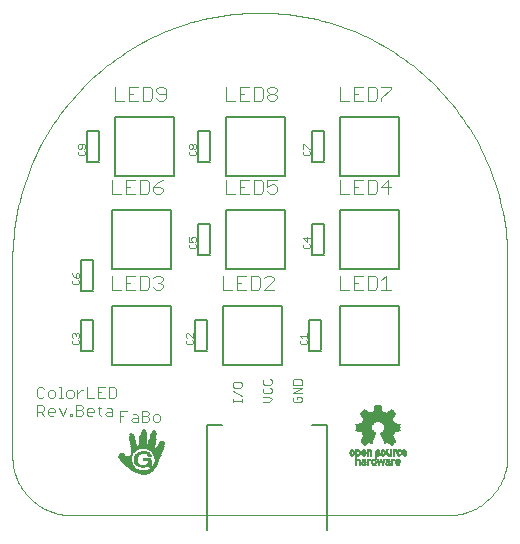
<source format=gto>
G75*
%MOIN*%
%OFA0B0*%
%FSLAX25Y25*%
%IPPOS*%
%LPD*%
%AMOC8*
5,1,8,0,0,1.08239X$1,22.5*
%
%ADD10C,0.00300*%
%ADD11C,0.00500*%
%ADD12C,0.00200*%
%ADD13C,0.00400*%
%ADD14C,0.00000*%
%ADD15R,0.00770X0.00035*%
%ADD16R,0.01400X0.00035*%
%ADD17R,0.01855X0.00035*%
%ADD18R,0.02170X0.00035*%
%ADD19R,0.02485X0.00035*%
%ADD20R,0.02765X0.00035*%
%ADD21R,0.02975X0.00035*%
%ADD22R,0.03220X0.00035*%
%ADD23R,0.03395X0.00035*%
%ADD24R,0.03605X0.00035*%
%ADD25R,0.03780X0.00035*%
%ADD26R,0.03955X0.00035*%
%ADD27R,0.04130X0.00035*%
%ADD28R,0.04270X0.00035*%
%ADD29R,0.04375X0.00035*%
%ADD30R,0.04550X0.00035*%
%ADD31R,0.04690X0.00035*%
%ADD32R,0.04865X0.00035*%
%ADD33R,0.04970X0.00035*%
%ADD34R,0.05110X0.00035*%
%ADD35R,0.05215X0.00035*%
%ADD36R,0.05355X0.00035*%
%ADD37R,0.05460X0.00035*%
%ADD38R,0.05600X0.00035*%
%ADD39R,0.05705X0.00035*%
%ADD40R,0.05810X0.00035*%
%ADD41R,0.05915X0.00035*%
%ADD42R,0.06055X0.00035*%
%ADD43R,0.06160X0.00035*%
%ADD44R,0.06265X0.00035*%
%ADD45R,0.06335X0.00035*%
%ADD46R,0.06440X0.00035*%
%ADD47R,0.06545X0.00035*%
%ADD48R,0.03080X0.00035*%
%ADD49R,0.02660X0.00035*%
%ADD50R,0.02870X0.00035*%
%ADD51R,0.02415X0.00035*%
%ADD52R,0.02730X0.00035*%
%ADD53R,0.02310X0.00035*%
%ADD54R,0.02695X0.00035*%
%ADD55R,0.02170X0.00035*%
%ADD56R,0.02590X0.00035*%
%ADD57R,0.02100X0.00035*%
%ADD58R,0.02520X0.00035*%
%ADD59R,0.02030X0.00035*%
%ADD60R,0.02450X0.00035*%
%ADD61R,0.01960X0.00035*%
%ADD62R,0.01890X0.00035*%
%ADD63R,0.02380X0.00035*%
%ADD64R,0.01785X0.00035*%
%ADD65R,0.01750X0.00035*%
%ADD66R,0.01715X0.00035*%
%ADD67R,0.02275X0.00035*%
%ADD68R,0.01645X0.00035*%
%ADD69R,0.02240X0.00035*%
%ADD70R,0.01610X0.00035*%
%ADD71R,0.02240X0.00035*%
%ADD72R,0.01575X0.00035*%
%ADD73R,0.01540X0.00035*%
%ADD74R,0.02205X0.00035*%
%ADD75R,0.01505X0.00035*%
%ADD76R,0.01470X0.00035*%
%ADD77R,0.01435X0.00035*%
%ADD78R,0.01365X0.00035*%
%ADD79R,0.01330X0.00035*%
%ADD80R,0.01295X0.00035*%
%ADD81R,0.01295X0.00035*%
%ADD82R,0.01260X0.00035*%
%ADD83R,0.01190X0.00035*%
%ADD84R,0.01225X0.00035*%
%ADD85R,0.00385X0.00035*%
%ADD86R,0.00980X0.00035*%
%ADD87R,0.01155X0.00035*%
%ADD88R,0.01645X0.00035*%
%ADD89R,0.01015X0.00035*%
%ADD90R,0.01050X0.00035*%
%ADD91R,0.02345X0.00035*%
%ADD92R,0.01085X0.00035*%
%ADD93R,0.02905X0.00035*%
%ADD94R,0.03045X0.00035*%
%ADD95R,0.01120X0.00035*%
%ADD96R,0.02345X0.00035*%
%ADD97R,0.03255X0.00035*%
%ADD98R,0.01120X0.00035*%
%ADD99R,0.03500X0.00035*%
%ADD100R,0.02415X0.00035*%
%ADD101R,0.03640X0.00035*%
%ADD102R,0.04900X0.00035*%
%ADD103R,0.04935X0.00035*%
%ADD104R,0.05005X0.00035*%
%ADD105R,0.01680X0.00035*%
%ADD106R,0.02065X0.00035*%
%ADD107R,0.02555X0.00035*%
%ADD108R,0.02590X0.00035*%
%ADD109R,0.02625X0.00035*%
%ADD110R,0.02695X0.00035*%
%ADD111R,0.01470X0.00035*%
%ADD112R,0.02765X0.00035*%
%ADD113R,0.02800X0.00035*%
%ADD114R,0.02835X0.00035*%
%ADD115R,0.01365X0.00035*%
%ADD116R,0.02940X0.00035*%
%ADD117R,0.03010X0.00035*%
%ADD118R,0.03045X0.00035*%
%ADD119R,0.03115X0.00035*%
%ADD120R,0.03150X0.00035*%
%ADD121R,0.03185X0.00035*%
%ADD122R,0.03220X0.00035*%
%ADD123R,0.01190X0.00035*%
%ADD124R,0.03290X0.00035*%
%ADD125R,0.03325X0.00035*%
%ADD126R,0.03360X0.00035*%
%ADD127R,0.03430X0.00035*%
%ADD128R,0.03465X0.00035*%
%ADD129R,0.03535X0.00035*%
%ADD130R,0.03570X0.00035*%
%ADD131R,0.03675X0.00035*%
%ADD132R,0.03710X0.00035*%
%ADD133R,0.03745X0.00035*%
%ADD134R,0.03815X0.00035*%
%ADD135R,0.03850X0.00035*%
%ADD136R,0.03885X0.00035*%
%ADD137R,0.03920X0.00035*%
%ADD138R,0.03990X0.00035*%
%ADD139R,0.04025X0.00035*%
%ADD140R,0.02870X0.00035*%
%ADD141R,0.04095X0.00035*%
%ADD142R,0.04165X0.00035*%
%ADD143R,0.04200X0.00035*%
%ADD144R,0.04235X0.00035*%
%ADD145R,0.04270X0.00035*%
%ADD146R,0.01820X0.00035*%
%ADD147R,0.04305X0.00035*%
%ADD148R,0.04340X0.00035*%
%ADD149R,0.01925X0.00035*%
%ADD150R,0.04410X0.00035*%
%ADD151R,0.00945X0.00035*%
%ADD152R,0.00875X0.00035*%
%ADD153R,0.00840X0.00035*%
%ADD154R,0.02135X0.00035*%
%ADD155R,0.00805X0.00035*%
%ADD156R,0.00735X0.00035*%
%ADD157R,0.01995X0.00035*%
%ADD158R,0.02520X0.00035*%
%ADD159R,0.01540X0.00035*%
%ADD160R,0.00770X0.00035*%
%ADD161R,0.00665X0.00035*%
%ADD162R,0.00420X0.00035*%
%ADD163R,0.00910X0.00035*%
%ADD164R,0.04060X0.00035*%
%ADD165R,0.01015X0.00035*%
%ADD166R,0.03115X0.00035*%
%ADD167R,0.03395X0.00035*%
%ADD168R,0.03745X0.00035*%
%ADD169R,0.04340X0.00035*%
%ADD170R,0.04480X0.00035*%
%ADD171R,0.02065X0.00035*%
%ADD172R,0.04515X0.00035*%
%ADD173R,0.04585X0.00035*%
%ADD174R,0.04760X0.00035*%
%ADD175R,0.04830X0.00035*%
%ADD176R,0.07805X0.00035*%
%ADD177R,0.07840X0.00035*%
%ADD178R,0.07875X0.00035*%
%ADD179R,0.07910X0.00035*%
%ADD180R,0.07945X0.00035*%
%ADD181R,0.07980X0.00035*%
%ADD182R,0.08015X0.00035*%
%ADD183R,0.08050X0.00035*%
%ADD184R,0.05635X0.00035*%
%ADD185R,0.01995X0.00035*%
%ADD186R,0.01890X0.00035*%
%ADD187R,0.01715X0.00035*%
%ADD188R,0.00945X0.00035*%
%ADD189R,0.00560X0.00035*%
%ADD190R,0.01820X0.00035*%
%ADD191R,0.00700X0.00035*%
%ADD192R,0.00630X0.00035*%
%ADD193R,0.00525X0.00035*%
%ADD194R,0.00175X0.00035*%
%ADD195R,0.00595X0.00035*%
%ADD196R,0.00490X0.00035*%
%ADD197R,0.00210X0.00035*%
%ADD198R,0.00490X0.00035*%
%ADD199R,0.00315X0.00035*%
%ADD200R,0.00520X0.00040*%
%ADD201R,0.00520X0.00040*%
%ADD202R,0.00760X0.00040*%
%ADD203R,0.00640X0.00040*%
%ADD204R,0.00440X0.00040*%
%ADD205R,0.00480X0.00040*%
%ADD206R,0.00520X0.00040*%
%ADD207R,0.00520X0.00040*%
%ADD208R,0.01400X0.00040*%
%ADD209R,0.00800X0.00040*%
%ADD210R,0.00480X0.00040*%
%ADD211R,0.00960X0.00040*%
%ADD212R,0.01440X0.00040*%
%ADD213R,0.01080X0.00040*%
%ADD214R,0.01520X0.00040*%
%ADD215R,0.01440X0.00040*%
%ADD216R,0.00560X0.00040*%
%ADD217R,0.01480X0.00040*%
%ADD218R,0.01200X0.00040*%
%ADD219R,0.01560X0.00040*%
%ADD220R,0.01320X0.00040*%
%ADD221R,0.01560X0.00040*%
%ADD222R,0.01520X0.00040*%
%ADD223R,0.00600X0.00040*%
%ADD224R,0.00560X0.00040*%
%ADD225R,0.01400X0.00040*%
%ADD226R,0.01600X0.00040*%
%ADD227R,0.00600X0.00040*%
%ADD228R,0.00640X0.00040*%
%ADD229R,0.01640X0.00040*%
%ADD230R,0.00680X0.00040*%
%ADD231R,0.01680X0.00040*%
%ADD232R,0.01680X0.00040*%
%ADD233R,0.01640X0.00040*%
%ADD234R,0.00720X0.00040*%
%ADD235R,0.01480X0.00040*%
%ADD236R,0.00760X0.00040*%
%ADD237R,0.00720X0.00040*%
%ADD238R,0.00640X0.00040*%
%ADD239R,0.00360X0.00040*%
%ADD240R,0.00240X0.00040*%
%ADD241R,0.00160X0.00040*%
%ADD242R,0.00840X0.00040*%
%ADD243R,0.00080X0.00040*%
%ADD244R,0.00880X0.00040*%
%ADD245R,0.00920X0.00040*%
%ADD246R,0.00960X0.00040*%
%ADD247R,0.01640X0.00040*%
%ADD248R,0.01760X0.00040*%
%ADD249R,0.00440X0.00040*%
%ADD250R,0.01000X0.00040*%
%ADD251R,0.01760X0.00040*%
%ADD252R,0.00440X0.00040*%
%ADD253R,0.01320X0.00040*%
%ADD254R,0.01200X0.00040*%
%ADD255R,0.00920X0.00040*%
%ADD256R,0.00840X0.00040*%
%ADD257R,0.00800X0.00040*%
%ADD258R,0.00080X0.00040*%
%ADD259R,0.00120X0.00040*%
%ADD260R,0.00240X0.00040*%
%ADD261R,0.00720X0.00040*%
%ADD262R,0.00200X0.00040*%
%ADD263R,0.00400X0.00040*%
%ADD264R,0.01240X0.00040*%
%ADD265R,0.01640X0.00040*%
%ADD266R,0.01440X0.00040*%
%ADD267R,0.01280X0.00040*%
%ADD268R,0.01520X0.00040*%
%ADD269R,0.01280X0.00040*%
%ADD270R,0.01520X0.00040*%
%ADD271R,0.01360X0.00040*%
%ADD272R,0.01440X0.00040*%
%ADD273R,0.01240X0.00040*%
%ADD274R,0.01120X0.00040*%
%ADD275R,0.01240X0.00040*%
%ADD276R,0.01040X0.00040*%
%ADD277R,0.00840X0.00040*%
%ADD278R,0.00440X0.00040*%
%ADD279R,0.00400X0.00040*%
%ADD280R,0.00320X0.00040*%
%ADD281R,0.00920X0.00040*%
%ADD282R,0.01040X0.00040*%
%ADD283R,0.01000X0.00040*%
%ADD284R,0.01080X0.00040*%
%ADD285R,0.01160X0.00040*%
%ADD286R,0.01040X0.00040*%
%ADD287R,0.01160X0.00040*%
%ADD288R,0.01600X0.00040*%
%ADD289R,0.01720X0.00040*%
%ADD290R,0.01720X0.00040*%
%ADD291R,0.00640X0.00040*%
%ADD292R,0.00680X0.00040*%
%ADD293R,0.00360X0.00040*%
%ADD294R,0.00280X0.00040*%
%ADD295R,0.00120X0.00040*%
%ADD296R,0.00040X0.00040*%
%ADD297R,0.00040X0.00040*%
%ADD298R,0.01320X0.00040*%
%ADD299R,0.00280X0.00040*%
%ADD300R,0.00320X0.00040*%
%ADD301R,0.01320X0.00040*%
%ADD302R,0.01120X0.00040*%
%ADD303R,0.01120X0.00040*%
%ADD304R,0.01800X0.00040*%
%ADD305R,0.01920X0.00040*%
%ADD306R,0.01920X0.00040*%
%ADD307R,0.02000X0.00040*%
%ADD308R,0.02120X0.00040*%
%ADD309R,0.02200X0.00040*%
%ADD310R,0.02320X0.00040*%
%ADD311R,0.02400X0.00040*%
%ADD312R,0.02520X0.00040*%
%ADD313R,0.02600X0.00040*%
%ADD314R,0.00880X0.00040*%
%ADD315R,0.03680X0.00040*%
%ADD316R,0.03720X0.00040*%
%ADD317R,0.03800X0.00040*%
%ADD318R,0.03840X0.00040*%
%ADD319R,0.03840X0.00040*%
%ADD320R,0.03920X0.00040*%
%ADD321R,0.03960X0.00040*%
%ADD322R,0.04000X0.00040*%
%ADD323R,0.04080X0.00040*%
%ADD324R,0.04120X0.00040*%
%ADD325R,0.04160X0.00040*%
%ADD326R,0.04200X0.00040*%
%ADD327R,0.04200X0.00040*%
%ADD328R,0.04160X0.00040*%
%ADD329R,0.04120X0.00040*%
%ADD330R,0.04080X0.00040*%
%ADD331R,0.04040X0.00040*%
%ADD332R,0.04040X0.00040*%
%ADD333R,0.04040X0.00040*%
%ADD334R,0.04040X0.00040*%
%ADD335R,0.03960X0.00040*%
%ADD336R,0.03920X0.00040*%
%ADD337R,0.03920X0.00040*%
%ADD338R,0.03880X0.00040*%
%ADD339R,0.03920X0.00040*%
%ADD340R,0.03880X0.00040*%
%ADD341R,0.03800X0.00040*%
%ADD342R,0.04240X0.00040*%
%ADD343R,0.04240X0.00040*%
%ADD344R,0.04280X0.00040*%
%ADD345R,0.04360X0.00040*%
%ADD346R,0.04400X0.00040*%
%ADD347R,0.04440X0.00040*%
%ADD348R,0.04520X0.00040*%
%ADD349R,0.04520X0.00040*%
%ADD350R,0.04520X0.00040*%
%ADD351R,0.04520X0.00040*%
%ADD352R,0.04480X0.00040*%
%ADD353R,0.04440X0.00040*%
%ADD354R,0.04400X0.00040*%
%ADD355R,0.04360X0.00040*%
%ADD356R,0.04320X0.00040*%
%ADD357R,0.04240X0.00040*%
%ADD358R,0.04320X0.00040*%
%ADD359R,0.04320X0.00040*%
%ADD360R,0.04560X0.00040*%
%ADD361R,0.04720X0.00040*%
%ADD362R,0.04920X0.00040*%
%ADD363R,0.04920X0.00040*%
%ADD364R,0.05080X0.00040*%
%ADD365R,0.05240X0.00040*%
%ADD366R,0.05240X0.00040*%
%ADD367R,0.05480X0.00040*%
%ADD368R,0.05640X0.00040*%
%ADD369R,0.05640X0.00040*%
%ADD370R,0.05680X0.00040*%
%ADD371R,0.05640X0.00040*%
%ADD372R,0.05600X0.00040*%
%ADD373R,0.05600X0.00040*%
%ADD374R,0.05560X0.00040*%
%ADD375R,0.05520X0.00040*%
%ADD376R,0.05520X0.00040*%
%ADD377R,0.05480X0.00040*%
%ADD378R,0.05440X0.00040*%
%ADD379R,0.05440X0.00040*%
%ADD380R,0.05560X0.00040*%
%ADD381R,0.05680X0.00040*%
%ADD382R,0.05440X0.00040*%
%ADD383R,0.05280X0.00040*%
%ADD384R,0.04920X0.00040*%
%ADD385R,0.04600X0.00040*%
%ADD386R,0.04840X0.00040*%
%ADD387R,0.10440X0.00040*%
%ADD388R,0.10360X0.00040*%
%ADD389R,0.10360X0.00040*%
%ADD390R,0.10280X0.00040*%
%ADD391R,0.10200X0.00040*%
%ADD392R,0.10200X0.00040*%
%ADD393R,0.10120X0.00040*%
%ADD394R,0.10040X0.00040*%
%ADD395R,0.10040X0.00040*%
%ADD396R,0.09960X0.00040*%
%ADD397R,0.09880X0.00040*%
%ADD398R,0.09880X0.00040*%
%ADD399R,0.09800X0.00040*%
%ADD400R,0.09720X0.00040*%
%ADD401R,0.09720X0.00040*%
%ADD402R,0.10280X0.00040*%
%ADD403R,0.10520X0.00040*%
%ADD404R,0.10520X0.00040*%
%ADD405R,0.10600X0.00040*%
%ADD406R,0.10680X0.00040*%
%ADD407R,0.10760X0.00040*%
%ADD408R,0.10840X0.00040*%
%ADD409R,0.10920X0.00040*%
%ADD410R,0.11000X0.00040*%
%ADD411R,0.11080X0.00040*%
%ADD412R,0.11080X0.00040*%
%ADD413R,0.11160X0.00040*%
%ADD414R,0.11240X0.00040*%
%ADD415R,0.11320X0.00040*%
%ADD416R,0.11400X0.00040*%
%ADD417R,0.11400X0.00040*%
%ADD418R,0.11480X0.00040*%
%ADD419R,0.11560X0.00040*%
%ADD420R,0.11640X0.00040*%
%ADD421R,0.11640X0.00040*%
%ADD422R,0.11720X0.00040*%
%ADD423R,0.11800X0.00040*%
%ADD424R,0.11880X0.00040*%
%ADD425R,0.11880X0.00040*%
%ADD426R,0.11960X0.00040*%
%ADD427R,0.11720X0.00040*%
%ADD428R,0.11320X0.00040*%
%ADD429R,0.02760X0.00040*%
%ADD430R,0.05400X0.00040*%
%ADD431R,0.02640X0.00040*%
%ADD432R,0.05160X0.00040*%
%ADD433R,0.02560X0.00040*%
%ADD434R,0.05000X0.00040*%
%ADD435R,0.02440X0.00040*%
%ADD436R,0.04760X0.00040*%
%ADD437R,0.02440X0.00040*%
%ADD438R,0.02360X0.00040*%
%ADD439R,0.04600X0.00040*%
%ADD440R,0.02280X0.00040*%
%ADD441R,0.02240X0.00040*%
%ADD442R,0.02160X0.00040*%
%ADD443R,0.02080X0.00040*%
%ADD444R,0.01960X0.00040*%
%ADD445R,0.01880X0.00040*%
%ADD446R,0.03640X0.00040*%
%ADD447R,0.03400X0.00040*%
%ADD448R,0.03240X0.00040*%
%ADD449R,0.03000X0.00040*%
%ADD450R,0.02920X0.00040*%
%ADD451R,0.01360X0.00040*%
%ADD452R,0.02840X0.00040*%
%ADD453R,0.02840X0.00040*%
%ADD454R,0.02760X0.00040*%
%ADD455R,0.02680X0.00040*%
%ADD456R,0.02680X0.00040*%
%ADD457R,0.02600X0.00040*%
%ADD458R,0.02520X0.00040*%
%ADD459R,0.02520X0.00040*%
%ADD460R,0.02440X0.00040*%
%ADD461R,0.02360X0.00040*%
%ADD462R,0.02280X0.00040*%
%ADD463R,0.02200X0.00040*%
%ADD464R,0.02120X0.00040*%
D10*
X0040584Y0055156D02*
X0040584Y0058859D01*
X0043052Y0058859D01*
X0044884Y0057625D02*
X0046118Y0057625D01*
X0046736Y0057007D01*
X0046736Y0055156D01*
X0044884Y0055156D01*
X0044267Y0055773D01*
X0044884Y0056390D01*
X0046736Y0056390D01*
X0047950Y0057007D02*
X0049802Y0057007D01*
X0050419Y0056390D01*
X0050419Y0055773D01*
X0049802Y0055156D01*
X0047950Y0055156D01*
X0047950Y0058859D01*
X0049802Y0058859D01*
X0050419Y0058242D01*
X0050419Y0057625D01*
X0049802Y0057007D01*
X0051633Y0057007D02*
X0051633Y0055773D01*
X0052250Y0055156D01*
X0053485Y0055156D01*
X0054102Y0055773D01*
X0054102Y0057007D01*
X0053485Y0057625D01*
X0052250Y0057625D01*
X0051633Y0057007D01*
X0041818Y0057007D02*
X0040584Y0057007D01*
X0038131Y0057156D02*
X0036280Y0057156D01*
X0035663Y0057773D01*
X0036280Y0058390D01*
X0038131Y0058390D01*
X0038131Y0059007D02*
X0038131Y0057156D01*
X0038131Y0059007D02*
X0037514Y0059625D01*
X0036280Y0059625D01*
X0034442Y0059625D02*
X0033207Y0059625D01*
X0033824Y0060242D02*
X0033824Y0057773D01*
X0034442Y0057156D01*
X0031993Y0058390D02*
X0031993Y0059007D01*
X0031376Y0059625D01*
X0030141Y0059625D01*
X0029524Y0059007D01*
X0029524Y0057773D01*
X0030141Y0057156D01*
X0031376Y0057156D01*
X0031993Y0058390D02*
X0029524Y0058390D01*
X0028310Y0058390D02*
X0028310Y0057773D01*
X0027693Y0057156D01*
X0025841Y0057156D01*
X0025841Y0060859D01*
X0027693Y0060859D01*
X0028310Y0060242D01*
X0028310Y0059625D01*
X0027693Y0059007D01*
X0025841Y0059007D01*
X0024617Y0057773D02*
X0023999Y0057773D01*
X0023999Y0057156D01*
X0024617Y0057156D01*
X0024617Y0057773D01*
X0022785Y0059625D02*
X0021551Y0057156D01*
X0020316Y0059625D01*
X0019102Y0059007D02*
X0019102Y0058390D01*
X0016633Y0058390D01*
X0016633Y0057773D02*
X0016633Y0059007D01*
X0017250Y0059625D01*
X0018485Y0059625D01*
X0019102Y0059007D01*
X0018485Y0057156D02*
X0017250Y0057156D01*
X0016633Y0057773D01*
X0015419Y0057156D02*
X0014184Y0058390D01*
X0014802Y0058390D02*
X0012950Y0058390D01*
X0012950Y0057156D02*
X0012950Y0060859D01*
X0014802Y0060859D01*
X0015419Y0060242D01*
X0015419Y0059007D01*
X0014802Y0058390D01*
X0014802Y0063156D02*
X0013567Y0063156D01*
X0012950Y0063773D01*
X0012950Y0066242D01*
X0013567Y0066859D01*
X0014802Y0066859D01*
X0015419Y0066242D01*
X0016633Y0065007D02*
X0016633Y0063773D01*
X0017250Y0063156D01*
X0018485Y0063156D01*
X0019102Y0063773D01*
X0019102Y0065007D01*
X0018485Y0065625D01*
X0017250Y0065625D01*
X0016633Y0065007D01*
X0015419Y0063773D02*
X0014802Y0063156D01*
X0020316Y0063156D02*
X0021551Y0063156D01*
X0020933Y0063156D02*
X0020933Y0066859D01*
X0020316Y0066859D01*
X0022772Y0065007D02*
X0022772Y0063773D01*
X0023389Y0063156D01*
X0024623Y0063156D01*
X0025240Y0063773D01*
X0025240Y0065007D01*
X0024623Y0065625D01*
X0023389Y0065625D01*
X0022772Y0065007D01*
X0026455Y0064390D02*
X0027689Y0065625D01*
X0028306Y0065625D01*
X0029524Y0066859D02*
X0029524Y0063156D01*
X0031993Y0063156D01*
X0033207Y0063156D02*
X0035676Y0063156D01*
X0036890Y0063156D02*
X0038742Y0063156D01*
X0039359Y0063773D01*
X0039359Y0066242D01*
X0038742Y0066859D01*
X0036890Y0066859D01*
X0036890Y0063156D01*
X0034442Y0065007D02*
X0033207Y0065007D01*
X0033207Y0063156D02*
X0033207Y0066859D01*
X0035676Y0066859D01*
X0026455Y0065625D02*
X0026455Y0063156D01*
X0027693Y0059007D02*
X0028310Y0058390D01*
X0078348Y0061656D02*
X0078348Y0062623D01*
X0078348Y0062140D02*
X0081250Y0062140D01*
X0081250Y0062623D02*
X0081250Y0061656D01*
X0081250Y0063620D02*
X0078348Y0065555D01*
X0078831Y0066567D02*
X0080766Y0066567D01*
X0081250Y0067051D01*
X0081250Y0068018D01*
X0080766Y0068502D01*
X0078831Y0068502D01*
X0078348Y0068018D01*
X0078348Y0067051D01*
X0078831Y0066567D01*
X0088348Y0066054D02*
X0088348Y0065086D01*
X0088831Y0064602D01*
X0090766Y0064602D01*
X0091250Y0065086D01*
X0091250Y0066054D01*
X0090766Y0066537D01*
X0090766Y0067549D02*
X0088831Y0067549D01*
X0088348Y0068033D01*
X0088348Y0069000D01*
X0088831Y0069484D01*
X0090766Y0069484D02*
X0091250Y0069000D01*
X0091250Y0068033D01*
X0090766Y0067549D01*
X0088831Y0066537D02*
X0088348Y0066054D01*
X0088348Y0063591D02*
X0090283Y0063591D01*
X0091250Y0062623D01*
X0090283Y0061656D01*
X0088348Y0061656D01*
X0098348Y0062140D02*
X0098831Y0061656D01*
X0100766Y0061656D01*
X0101250Y0062140D01*
X0101250Y0063107D01*
X0100766Y0063591D01*
X0099799Y0063591D01*
X0099799Y0062623D01*
X0098831Y0063591D02*
X0098348Y0063107D01*
X0098348Y0062140D01*
X0098348Y0064602D02*
X0101250Y0066537D01*
X0098348Y0066537D01*
X0098348Y0067549D02*
X0098348Y0069000D01*
X0098831Y0069484D01*
X0100766Y0069484D01*
X0101250Y0069000D01*
X0101250Y0067549D01*
X0098348Y0067549D01*
X0098348Y0064602D02*
X0101250Y0064602D01*
D11*
X0104800Y0054006D02*
X0109800Y0054006D01*
X0109800Y0019006D01*
X0074800Y0054006D02*
X0069800Y0054006D01*
X0069800Y0019006D01*
X0074957Y0074163D02*
X0074957Y0093848D01*
X0094643Y0093848D01*
X0094643Y0074163D01*
X0074957Y0074163D01*
X0069769Y0078888D02*
X0065831Y0078888D01*
X0065831Y0089124D01*
X0069769Y0089124D01*
X0069769Y0079281D01*
X0057643Y0074163D02*
X0057643Y0093848D01*
X0037957Y0093848D01*
X0037957Y0074163D01*
X0057643Y0074163D01*
X0031769Y0078888D02*
X0027831Y0078888D01*
X0027831Y0089124D01*
X0031769Y0089124D01*
X0031769Y0079281D01*
X0031769Y0098888D02*
X0027831Y0098888D01*
X0027831Y0109124D01*
X0031769Y0109124D01*
X0031769Y0099281D01*
X0037957Y0106163D02*
X0037957Y0125848D01*
X0057643Y0125848D01*
X0057643Y0106163D01*
X0037957Y0106163D01*
X0038957Y0137163D02*
X0038957Y0156848D01*
X0058643Y0156848D01*
X0058643Y0137163D01*
X0038957Y0137163D01*
X0033769Y0141888D02*
X0029831Y0141888D01*
X0029831Y0152124D01*
X0033769Y0152124D01*
X0033769Y0142281D01*
X0066831Y0141888D02*
X0070769Y0141888D01*
X0070769Y0142281D02*
X0070769Y0152124D01*
X0066831Y0152124D01*
X0066831Y0141888D01*
X0075957Y0137163D02*
X0075957Y0156848D01*
X0095643Y0156848D01*
X0095643Y0137163D01*
X0075957Y0137163D01*
X0075957Y0125848D02*
X0075957Y0106163D01*
X0095643Y0106163D01*
X0095643Y0125848D01*
X0075957Y0125848D01*
X0070769Y0121124D02*
X0066831Y0121124D01*
X0066831Y0110888D01*
X0070769Y0110888D01*
X0070769Y0111281D02*
X0070769Y0121124D01*
X0103831Y0089124D02*
X0103831Y0078888D01*
X0107769Y0078888D01*
X0107769Y0079281D02*
X0107769Y0089124D01*
X0103831Y0089124D01*
X0113957Y0093848D02*
X0113957Y0074163D01*
X0133643Y0074163D01*
X0133643Y0093848D01*
X0113957Y0093848D01*
X0113957Y0106163D02*
X0113957Y0125848D01*
X0133643Y0125848D01*
X0133643Y0106163D01*
X0113957Y0106163D01*
X0108769Y0110888D02*
X0104831Y0110888D01*
X0104831Y0121124D01*
X0108769Y0121124D01*
X0108769Y0111281D01*
X0113957Y0137163D02*
X0113957Y0156848D01*
X0133643Y0156848D01*
X0133643Y0137163D01*
X0113957Y0137163D01*
X0108769Y0141888D02*
X0104831Y0141888D01*
X0104831Y0152124D01*
X0108769Y0152124D01*
X0108769Y0142281D01*
D12*
X0103944Y0144355D02*
X0103944Y0145089D01*
X0103577Y0145456D01*
X0103577Y0146198D02*
X0103944Y0146198D01*
X0103577Y0146198D02*
X0102109Y0147666D01*
X0101742Y0147666D01*
X0101742Y0146198D01*
X0102109Y0145456D02*
X0101742Y0145089D01*
X0101742Y0144355D01*
X0102109Y0143988D01*
X0103577Y0143988D01*
X0103944Y0144355D01*
X0102843Y0116666D02*
X0102843Y0115198D01*
X0101742Y0116299D01*
X0103944Y0116299D01*
X0103577Y0114456D02*
X0103944Y0114089D01*
X0103944Y0113355D01*
X0103577Y0112988D01*
X0102109Y0112988D01*
X0101742Y0113355D01*
X0101742Y0114089D01*
X0102109Y0114456D01*
X0102944Y0084666D02*
X0102944Y0083198D01*
X0102944Y0083932D02*
X0100742Y0083932D01*
X0101476Y0083198D01*
X0101109Y0082456D02*
X0100742Y0082089D01*
X0100742Y0081355D01*
X0101109Y0080988D01*
X0102577Y0080988D01*
X0102944Y0081355D01*
X0102944Y0082089D01*
X0102577Y0082456D01*
X0064944Y0082089D02*
X0064577Y0082456D01*
X0064944Y0082089D02*
X0064944Y0081355D01*
X0064577Y0080988D01*
X0063109Y0080988D01*
X0062742Y0081355D01*
X0062742Y0082089D01*
X0063109Y0082456D01*
X0063109Y0083198D02*
X0062742Y0083565D01*
X0062742Y0084299D01*
X0063109Y0084666D01*
X0063476Y0084666D01*
X0064944Y0083198D01*
X0064944Y0084666D01*
X0065577Y0112988D02*
X0064109Y0112988D01*
X0063742Y0113355D01*
X0063742Y0114089D01*
X0064109Y0114456D01*
X0063742Y0115198D02*
X0064843Y0115198D01*
X0064476Y0115932D01*
X0064476Y0116299D01*
X0064843Y0116666D01*
X0065577Y0116666D01*
X0065944Y0116299D01*
X0065944Y0115565D01*
X0065577Y0115198D01*
X0065577Y0114456D02*
X0065944Y0114089D01*
X0065944Y0113355D01*
X0065577Y0112988D01*
X0063742Y0115198D02*
X0063742Y0116666D01*
X0064109Y0143988D02*
X0065577Y0143988D01*
X0065944Y0144355D01*
X0065944Y0145089D01*
X0065577Y0145456D01*
X0065577Y0146198D02*
X0065210Y0146198D01*
X0064843Y0146565D01*
X0064843Y0147299D01*
X0065210Y0147666D01*
X0065577Y0147666D01*
X0065944Y0147299D01*
X0065944Y0146565D01*
X0065577Y0146198D01*
X0064843Y0146565D02*
X0064476Y0146198D01*
X0064109Y0146198D01*
X0063742Y0146565D01*
X0063742Y0147299D01*
X0064109Y0147666D01*
X0064476Y0147666D01*
X0064843Y0147299D01*
X0064109Y0145456D02*
X0063742Y0145089D01*
X0063742Y0144355D01*
X0064109Y0143988D01*
X0028944Y0144355D02*
X0028944Y0145089D01*
X0028577Y0145456D01*
X0028577Y0146198D02*
X0028944Y0146565D01*
X0028944Y0147299D01*
X0028577Y0147666D01*
X0027109Y0147666D01*
X0026742Y0147299D01*
X0026742Y0146565D01*
X0027109Y0146198D01*
X0027476Y0146198D01*
X0027843Y0146565D01*
X0027843Y0147666D01*
X0027109Y0145456D02*
X0026742Y0145089D01*
X0026742Y0144355D01*
X0027109Y0143988D01*
X0028577Y0143988D01*
X0028944Y0144355D01*
X0026577Y0104666D02*
X0026210Y0104666D01*
X0025843Y0104299D01*
X0025843Y0103198D01*
X0026577Y0103198D01*
X0026944Y0103565D01*
X0026944Y0104299D01*
X0026577Y0104666D01*
X0025109Y0103932D02*
X0025843Y0103198D01*
X0025109Y0103932D02*
X0024742Y0104666D01*
X0025109Y0102456D02*
X0024742Y0102089D01*
X0024742Y0101355D01*
X0025109Y0100988D01*
X0026577Y0100988D01*
X0026944Y0101355D01*
X0026944Y0102089D01*
X0026577Y0102456D01*
X0026577Y0084666D02*
X0026944Y0084299D01*
X0026944Y0083565D01*
X0026577Y0083198D01*
X0026577Y0082456D02*
X0026944Y0082089D01*
X0026944Y0081355D01*
X0026577Y0080988D01*
X0025109Y0080988D01*
X0024742Y0081355D01*
X0024742Y0082089D01*
X0025109Y0082456D01*
X0025109Y0083198D02*
X0024742Y0083565D01*
X0024742Y0084299D01*
X0025109Y0084666D01*
X0025476Y0084666D01*
X0025843Y0084299D01*
X0026210Y0084666D01*
X0026577Y0084666D01*
X0025843Y0084299D02*
X0025843Y0083932D01*
D13*
X0038000Y0099206D02*
X0041069Y0099206D01*
X0042604Y0099206D02*
X0045673Y0099206D01*
X0047208Y0099206D02*
X0049510Y0099206D01*
X0050277Y0099973D01*
X0050277Y0103043D01*
X0049510Y0103810D01*
X0047208Y0103810D01*
X0047208Y0099206D01*
X0044139Y0101508D02*
X0042604Y0101508D01*
X0042604Y0103810D02*
X0042604Y0099206D01*
X0042604Y0103810D02*
X0045673Y0103810D01*
X0051812Y0103043D02*
X0052579Y0103810D01*
X0054114Y0103810D01*
X0054881Y0103043D01*
X0054881Y0102275D01*
X0054114Y0101508D01*
X0054881Y0100741D01*
X0054881Y0099973D01*
X0054114Y0099206D01*
X0052579Y0099206D01*
X0051812Y0099973D01*
X0053346Y0101508D02*
X0054114Y0101508D01*
X0038000Y0103810D02*
X0038000Y0099206D01*
X0038000Y0131206D02*
X0041069Y0131206D01*
X0042604Y0131206D02*
X0045673Y0131206D01*
X0047208Y0131206D02*
X0049510Y0131206D01*
X0050277Y0131973D01*
X0050277Y0135043D01*
X0049510Y0135810D01*
X0047208Y0135810D01*
X0047208Y0131206D01*
X0044139Y0133508D02*
X0042604Y0133508D01*
X0042604Y0135810D02*
X0042604Y0131206D01*
X0042604Y0135810D02*
X0045673Y0135810D01*
X0051812Y0133508D02*
X0051812Y0131973D01*
X0052579Y0131206D01*
X0054114Y0131206D01*
X0054881Y0131973D01*
X0054881Y0132741D01*
X0054114Y0133508D01*
X0051812Y0133508D01*
X0053346Y0135043D01*
X0054881Y0135810D01*
X0038000Y0135810D02*
X0038000Y0131206D01*
X0039000Y0162206D02*
X0042069Y0162206D01*
X0043604Y0162206D02*
X0046673Y0162206D01*
X0048208Y0162206D02*
X0050510Y0162206D01*
X0051277Y0162973D01*
X0051277Y0166043D01*
X0050510Y0166810D01*
X0048208Y0166810D01*
X0048208Y0162206D01*
X0045139Y0164508D02*
X0043604Y0164508D01*
X0043604Y0166810D02*
X0043604Y0162206D01*
X0043604Y0166810D02*
X0046673Y0166810D01*
X0052812Y0166043D02*
X0052812Y0165275D01*
X0053579Y0164508D01*
X0055881Y0164508D01*
X0055881Y0166043D02*
X0055114Y0166810D01*
X0053579Y0166810D01*
X0052812Y0166043D01*
X0052812Y0162973D02*
X0053579Y0162206D01*
X0055114Y0162206D01*
X0055881Y0162973D01*
X0055881Y0166043D01*
X0039000Y0166810D02*
X0039000Y0162206D01*
X0076000Y0162206D02*
X0079069Y0162206D01*
X0080604Y0162206D02*
X0083673Y0162206D01*
X0085208Y0162206D02*
X0087510Y0162206D01*
X0088277Y0162973D01*
X0088277Y0166043D01*
X0087510Y0166810D01*
X0085208Y0166810D01*
X0085208Y0162206D01*
X0082139Y0164508D02*
X0080604Y0164508D01*
X0080604Y0166810D02*
X0080604Y0162206D01*
X0080604Y0166810D02*
X0083673Y0166810D01*
X0089812Y0166043D02*
X0089812Y0165275D01*
X0090579Y0164508D01*
X0092114Y0164508D01*
X0092881Y0163741D01*
X0092881Y0162973D01*
X0092114Y0162206D01*
X0090579Y0162206D01*
X0089812Y0162973D01*
X0089812Y0163741D01*
X0090579Y0164508D01*
X0092114Y0164508D02*
X0092881Y0165275D01*
X0092881Y0166043D01*
X0092114Y0166810D01*
X0090579Y0166810D01*
X0089812Y0166043D01*
X0076000Y0166810D02*
X0076000Y0162206D01*
X0076000Y0135810D02*
X0076000Y0131206D01*
X0079069Y0131206D01*
X0080604Y0131206D02*
X0083673Y0131206D01*
X0085208Y0131206D02*
X0087510Y0131206D01*
X0088277Y0131973D01*
X0088277Y0135043D01*
X0087510Y0135810D01*
X0085208Y0135810D01*
X0085208Y0131206D01*
X0082139Y0133508D02*
X0080604Y0133508D01*
X0080604Y0135810D02*
X0080604Y0131206D01*
X0080604Y0135810D02*
X0083673Y0135810D01*
X0089812Y0135810D02*
X0089812Y0133508D01*
X0091346Y0134275D01*
X0092114Y0134275D01*
X0092881Y0133508D01*
X0092881Y0131973D01*
X0092114Y0131206D01*
X0090579Y0131206D01*
X0089812Y0131973D01*
X0089812Y0135810D02*
X0092881Y0135810D01*
X0114000Y0135810D02*
X0114000Y0131206D01*
X0117069Y0131206D01*
X0118604Y0131206D02*
X0121673Y0131206D01*
X0123208Y0131206D02*
X0125510Y0131206D01*
X0126277Y0131973D01*
X0126277Y0135043D01*
X0125510Y0135810D01*
X0123208Y0135810D01*
X0123208Y0131206D01*
X0120139Y0133508D02*
X0118604Y0133508D01*
X0118604Y0135810D02*
X0118604Y0131206D01*
X0118604Y0135810D02*
X0121673Y0135810D01*
X0127812Y0133508D02*
X0130881Y0133508D01*
X0130114Y0131206D02*
X0130114Y0135810D01*
X0127812Y0133508D01*
X0127812Y0162206D02*
X0127812Y0162973D01*
X0130881Y0166043D01*
X0130881Y0166810D01*
X0127812Y0166810D01*
X0126277Y0166043D02*
X0125510Y0166810D01*
X0123208Y0166810D01*
X0123208Y0162206D01*
X0125510Y0162206D01*
X0126277Y0162973D01*
X0126277Y0166043D01*
X0121673Y0166810D02*
X0118604Y0166810D01*
X0118604Y0162206D01*
X0121673Y0162206D01*
X0120139Y0164508D02*
X0118604Y0164508D01*
X0117069Y0162206D02*
X0114000Y0162206D01*
X0114000Y0166810D01*
X0114000Y0103810D02*
X0114000Y0099206D01*
X0117069Y0099206D01*
X0118604Y0099206D02*
X0121673Y0099206D01*
X0123208Y0099206D02*
X0125510Y0099206D01*
X0126277Y0099973D01*
X0126277Y0103043D01*
X0125510Y0103810D01*
X0123208Y0103810D01*
X0123208Y0099206D01*
X0120139Y0101508D02*
X0118604Y0101508D01*
X0118604Y0103810D02*
X0118604Y0099206D01*
X0118604Y0103810D02*
X0121673Y0103810D01*
X0127812Y0102275D02*
X0129346Y0103810D01*
X0129346Y0099206D01*
X0127812Y0099206D02*
X0130881Y0099206D01*
X0091881Y0099206D02*
X0088812Y0099206D01*
X0091881Y0102275D01*
X0091881Y0103043D01*
X0091114Y0103810D01*
X0089579Y0103810D01*
X0088812Y0103043D01*
X0087277Y0103043D02*
X0087277Y0099973D01*
X0086510Y0099206D01*
X0084208Y0099206D01*
X0084208Y0103810D01*
X0086510Y0103810D01*
X0087277Y0103043D01*
X0082673Y0103810D02*
X0079604Y0103810D01*
X0079604Y0099206D01*
X0082673Y0099206D01*
X0081139Y0101508D02*
X0079604Y0101508D01*
X0078069Y0099206D02*
X0075000Y0099206D01*
X0075000Y0103810D01*
D14*
X0024485Y0024006D02*
X0150115Y0024006D01*
X0150591Y0024012D01*
X0151066Y0024029D01*
X0151541Y0024058D01*
X0152015Y0024098D01*
X0152488Y0024150D01*
X0152959Y0024213D01*
X0153429Y0024287D01*
X0153897Y0024373D01*
X0154363Y0024470D01*
X0154826Y0024578D01*
X0155286Y0024697D01*
X0155744Y0024828D01*
X0156198Y0024969D01*
X0156649Y0025122D01*
X0157095Y0025285D01*
X0157538Y0025459D01*
X0157976Y0025644D01*
X0158410Y0025839D01*
X0158839Y0026045D01*
X0159263Y0026261D01*
X0159682Y0026487D01*
X0160095Y0026723D01*
X0160502Y0026969D01*
X0160903Y0027225D01*
X0161297Y0027491D01*
X0161686Y0027766D01*
X0162067Y0028050D01*
X0162441Y0028343D01*
X0162809Y0028645D01*
X0163169Y0028957D01*
X0163521Y0029276D01*
X0163865Y0029604D01*
X0164202Y0029941D01*
X0164530Y0030285D01*
X0164849Y0030637D01*
X0165161Y0030997D01*
X0165463Y0031365D01*
X0165756Y0031739D01*
X0166040Y0032120D01*
X0166315Y0032509D01*
X0166581Y0032903D01*
X0166837Y0033304D01*
X0167083Y0033711D01*
X0167319Y0034124D01*
X0167545Y0034543D01*
X0167761Y0034967D01*
X0167967Y0035396D01*
X0168162Y0035830D01*
X0168347Y0036268D01*
X0168521Y0036711D01*
X0168684Y0037157D01*
X0168837Y0037608D01*
X0168978Y0038062D01*
X0169109Y0038520D01*
X0169228Y0038980D01*
X0169336Y0039443D01*
X0169433Y0039909D01*
X0169519Y0040377D01*
X0169593Y0040847D01*
X0169656Y0041318D01*
X0169708Y0041791D01*
X0169748Y0042265D01*
X0169777Y0042740D01*
X0169794Y0043215D01*
X0169800Y0043691D01*
X0169800Y0109006D01*
X0169776Y0111015D01*
X0169702Y0113023D01*
X0169580Y0115028D01*
X0169409Y0117030D01*
X0169189Y0119027D01*
X0168921Y0121018D01*
X0168604Y0123002D01*
X0168239Y0124978D01*
X0167826Y0126944D01*
X0167366Y0128900D01*
X0166857Y0130843D01*
X0166302Y0132774D01*
X0165700Y0134691D01*
X0165051Y0136592D01*
X0164356Y0138478D01*
X0163616Y0140345D01*
X0162830Y0142194D01*
X0161999Y0144024D01*
X0161125Y0145832D01*
X0160206Y0147619D01*
X0159244Y0149383D01*
X0158240Y0151123D01*
X0157193Y0152838D01*
X0156105Y0154527D01*
X0154976Y0156189D01*
X0153807Y0157823D01*
X0152598Y0159428D01*
X0151351Y0161003D01*
X0150066Y0162547D01*
X0148744Y0164060D01*
X0147385Y0165540D01*
X0145990Y0166986D01*
X0144561Y0168398D01*
X0143098Y0169775D01*
X0141602Y0171116D01*
X0140073Y0172419D01*
X0138513Y0173686D01*
X0136923Y0174914D01*
X0135303Y0176102D01*
X0133655Y0177251D01*
X0131980Y0178360D01*
X0130278Y0179427D01*
X0128550Y0180453D01*
X0126798Y0181436D01*
X0125022Y0182377D01*
X0123225Y0183274D01*
X0121406Y0184126D01*
X0119566Y0184935D01*
X0117708Y0185698D01*
X0115831Y0186415D01*
X0113938Y0187087D01*
X0112028Y0187713D01*
X0110104Y0188292D01*
X0108167Y0188823D01*
X0106217Y0189308D01*
X0104256Y0189745D01*
X0102285Y0190134D01*
X0100305Y0190475D01*
X0098317Y0190767D01*
X0096323Y0191011D01*
X0094324Y0191206D01*
X0092320Y0191353D01*
X0090313Y0191451D01*
X0088305Y0191500D01*
X0086295Y0191500D01*
X0084287Y0191451D01*
X0082280Y0191353D01*
X0080276Y0191206D01*
X0078277Y0191011D01*
X0076283Y0190767D01*
X0074295Y0190475D01*
X0072315Y0190134D01*
X0070344Y0189745D01*
X0068383Y0189308D01*
X0066433Y0188823D01*
X0064496Y0188292D01*
X0062572Y0187713D01*
X0060662Y0187087D01*
X0058769Y0186415D01*
X0056892Y0185698D01*
X0055034Y0184935D01*
X0053194Y0184126D01*
X0051375Y0183274D01*
X0049578Y0182377D01*
X0047802Y0181436D01*
X0046050Y0180453D01*
X0044322Y0179427D01*
X0042620Y0178360D01*
X0040945Y0177251D01*
X0039297Y0176102D01*
X0037677Y0174914D01*
X0036087Y0173686D01*
X0034527Y0172419D01*
X0032998Y0171116D01*
X0031502Y0169775D01*
X0030039Y0168398D01*
X0028610Y0166986D01*
X0027215Y0165540D01*
X0025856Y0164060D01*
X0024534Y0162547D01*
X0023249Y0161003D01*
X0022002Y0159428D01*
X0020793Y0157823D01*
X0019624Y0156189D01*
X0018495Y0154527D01*
X0017407Y0152838D01*
X0016360Y0151123D01*
X0015356Y0149383D01*
X0014394Y0147619D01*
X0013475Y0145832D01*
X0012601Y0144024D01*
X0011770Y0142194D01*
X0010984Y0140345D01*
X0010244Y0138478D01*
X0009549Y0136592D01*
X0008900Y0134691D01*
X0008298Y0132774D01*
X0007743Y0130843D01*
X0007234Y0128900D01*
X0006774Y0126944D01*
X0006361Y0124978D01*
X0005996Y0123002D01*
X0005679Y0121018D01*
X0005411Y0119027D01*
X0005191Y0117030D01*
X0005020Y0115028D01*
X0004898Y0113023D01*
X0004824Y0111015D01*
X0004800Y0109006D01*
X0004800Y0043691D01*
X0004806Y0043215D01*
X0004823Y0042740D01*
X0004852Y0042265D01*
X0004892Y0041791D01*
X0004944Y0041318D01*
X0005007Y0040847D01*
X0005081Y0040377D01*
X0005167Y0039909D01*
X0005264Y0039443D01*
X0005372Y0038980D01*
X0005491Y0038520D01*
X0005622Y0038062D01*
X0005763Y0037608D01*
X0005916Y0037157D01*
X0006079Y0036711D01*
X0006253Y0036268D01*
X0006438Y0035830D01*
X0006633Y0035396D01*
X0006839Y0034967D01*
X0007055Y0034543D01*
X0007281Y0034124D01*
X0007517Y0033711D01*
X0007763Y0033304D01*
X0008019Y0032903D01*
X0008285Y0032509D01*
X0008560Y0032120D01*
X0008844Y0031739D01*
X0009137Y0031365D01*
X0009439Y0030997D01*
X0009751Y0030637D01*
X0010070Y0030285D01*
X0010398Y0029941D01*
X0010735Y0029604D01*
X0011079Y0029276D01*
X0011431Y0028957D01*
X0011791Y0028645D01*
X0012159Y0028343D01*
X0012533Y0028050D01*
X0012914Y0027766D01*
X0013303Y0027491D01*
X0013697Y0027225D01*
X0014098Y0026969D01*
X0014505Y0026723D01*
X0014918Y0026487D01*
X0015337Y0026261D01*
X0015761Y0026045D01*
X0016190Y0025839D01*
X0016624Y0025644D01*
X0017062Y0025459D01*
X0017505Y0025285D01*
X0017951Y0025122D01*
X0018402Y0024969D01*
X0018856Y0024828D01*
X0019314Y0024697D01*
X0019774Y0024578D01*
X0020237Y0024470D01*
X0020703Y0024373D01*
X0021171Y0024287D01*
X0021641Y0024213D01*
X0022112Y0024150D01*
X0022585Y0024098D01*
X0023059Y0024058D01*
X0023534Y0024029D01*
X0024009Y0024012D01*
X0024485Y0024006D01*
D15*
X0044377Y0043631D03*
X0044412Y0043666D03*
X0044412Y0043701D03*
X0044448Y0043736D03*
X0044587Y0044051D03*
X0044623Y0044121D03*
X0048577Y0037506D03*
X0044448Y0051086D03*
X0051973Y0051856D03*
D16*
X0051902Y0051366D03*
X0048577Y0051821D03*
X0044552Y0050491D03*
X0045077Y0045066D03*
X0046477Y0043946D03*
X0046512Y0043981D03*
X0046408Y0043841D03*
X0046373Y0043806D03*
X0046337Y0043736D03*
X0046302Y0043701D03*
X0046267Y0043631D03*
X0046337Y0040971D03*
X0046373Y0040936D03*
X0048577Y0037541D03*
X0051517Y0039396D03*
X0051552Y0039431D03*
X0051587Y0039466D03*
X0050502Y0040936D03*
X0052987Y0042161D03*
X0052987Y0042196D03*
X0052987Y0042231D03*
X0053023Y0042266D03*
X0053023Y0042301D03*
X0050117Y0044331D03*
X0041263Y0044156D03*
D17*
X0041315Y0043911D03*
X0045305Y0045416D03*
X0047335Y0044506D03*
X0047020Y0040481D03*
X0050275Y0040621D03*
X0050940Y0038941D03*
X0048560Y0037576D03*
X0053145Y0043141D03*
X0053145Y0043176D03*
X0051815Y0050736D03*
X0051815Y0050771D03*
X0048560Y0051261D03*
X0048560Y0051296D03*
X0044710Y0049616D03*
X0044710Y0049581D03*
X0044710Y0049546D03*
D18*
X0044973Y0048111D03*
X0044973Y0048076D03*
X0045077Y0047656D03*
X0045427Y0045591D03*
X0047248Y0040446D03*
X0048577Y0037611D03*
X0044798Y0039536D03*
X0051062Y0045766D03*
X0053162Y0043631D03*
D19*
X0053145Y0044016D03*
X0054055Y0046326D03*
X0054055Y0046361D03*
X0054090Y0046396D03*
X0048385Y0049441D03*
X0048385Y0049476D03*
X0048385Y0049511D03*
X0048385Y0049546D03*
X0048385Y0049581D03*
X0045585Y0045731D03*
X0043800Y0040516D03*
X0043835Y0040481D03*
X0048210Y0040061D03*
X0048560Y0037646D03*
D20*
X0048560Y0037681D03*
X0049820Y0040446D03*
X0053110Y0044296D03*
X0048245Y0047901D03*
X0048245Y0047936D03*
X0048245Y0047971D03*
X0048245Y0048006D03*
X0048245Y0048041D03*
X0048245Y0048076D03*
X0041665Y0043386D03*
X0043485Y0040901D03*
D21*
X0048560Y0037716D03*
X0045795Y0045906D03*
X0048210Y0047201D03*
X0048210Y0047236D03*
X0048210Y0047271D03*
X0048210Y0047306D03*
D22*
X0053057Y0044681D03*
X0048542Y0037751D03*
D23*
X0048525Y0037786D03*
X0048210Y0040236D03*
X0042925Y0041741D03*
D24*
X0042785Y0041986D03*
X0048525Y0037821D03*
X0052970Y0044961D03*
D25*
X0052917Y0045101D03*
X0048507Y0037856D03*
X0042663Y0042266D03*
D26*
X0042575Y0042511D03*
X0042575Y0042546D03*
X0048525Y0037891D03*
X0052865Y0045206D03*
D27*
X0048542Y0044541D03*
X0042523Y0042826D03*
X0042523Y0042791D03*
X0042523Y0042756D03*
X0048507Y0037926D03*
D28*
X0048507Y0037961D03*
D29*
X0048490Y0037996D03*
X0042470Y0043281D03*
X0052760Y0045451D03*
D30*
X0048473Y0038031D03*
D31*
X0048472Y0038066D03*
X0052672Y0045591D03*
D32*
X0048455Y0038101D03*
D33*
X0048437Y0038136D03*
D34*
X0048437Y0038171D03*
D35*
X0048420Y0038206D03*
D36*
X0048420Y0038241D03*
D37*
X0048402Y0038276D03*
D38*
X0048402Y0038311D03*
X0049417Y0046711D03*
X0049417Y0046746D03*
X0049452Y0046851D03*
D39*
X0048385Y0038346D03*
D40*
X0048367Y0038381D03*
D41*
X0048350Y0038416D03*
D42*
X0048350Y0038451D03*
D43*
X0048332Y0038486D03*
D44*
X0048315Y0038521D03*
D45*
X0048315Y0038556D03*
D46*
X0048297Y0038591D03*
D47*
X0048280Y0038626D03*
D48*
X0046477Y0038661D03*
X0043152Y0041356D03*
X0048227Y0046991D03*
X0053057Y0044576D03*
D49*
X0053127Y0044191D03*
X0053792Y0045906D03*
X0053827Y0045941D03*
X0050782Y0045941D03*
X0048297Y0048496D03*
X0048297Y0048531D03*
X0048297Y0048566D03*
X0048297Y0048601D03*
X0048297Y0048636D03*
X0048297Y0048671D03*
X0041613Y0043421D03*
X0043537Y0040831D03*
X0043572Y0040796D03*
X0050257Y0038661D03*
D50*
X0046337Y0038696D03*
X0043362Y0041076D03*
X0043327Y0041111D03*
X0048227Y0047516D03*
X0048227Y0047551D03*
X0048227Y0047586D03*
X0048227Y0047621D03*
X0048227Y0047656D03*
D51*
X0048420Y0049791D03*
X0048420Y0049826D03*
X0048420Y0049861D03*
X0048420Y0049896D03*
X0048420Y0049931D03*
X0051185Y0047376D03*
X0051115Y0047131D03*
X0051115Y0047096D03*
X0051080Y0047026D03*
X0051080Y0046991D03*
X0051045Y0046886D03*
X0050905Y0045871D03*
X0054160Y0046571D03*
X0054195Y0046641D03*
X0050415Y0038696D03*
X0044010Y0040271D03*
X0043940Y0040341D03*
X0041490Y0043561D03*
D52*
X0045707Y0045836D03*
X0048262Y0048111D03*
X0048262Y0048146D03*
X0048262Y0048181D03*
X0048262Y0048216D03*
X0048262Y0048251D03*
X0053723Y0045801D03*
X0053127Y0044261D03*
X0046198Y0038731D03*
D53*
X0045567Y0039011D03*
X0045497Y0039046D03*
X0044202Y0040061D03*
X0041438Y0043631D03*
X0045497Y0045661D03*
X0045287Y0046956D03*
X0045287Y0046991D03*
X0045252Y0047026D03*
X0045252Y0047061D03*
X0048472Y0050246D03*
X0048472Y0050281D03*
X0048472Y0050316D03*
X0048472Y0050351D03*
X0051587Y0049336D03*
X0051587Y0049301D03*
X0051587Y0049266D03*
X0051587Y0049231D03*
X0051552Y0049161D03*
X0051552Y0049126D03*
X0051552Y0049091D03*
X0051552Y0049056D03*
X0051517Y0048951D03*
X0051517Y0048916D03*
X0051517Y0048881D03*
X0054352Y0047026D03*
X0054317Y0046956D03*
X0053162Y0043806D03*
X0050502Y0038731D03*
D54*
X0048210Y0040096D03*
X0046110Y0038766D03*
X0053740Y0045836D03*
X0053775Y0045871D03*
D55*
X0054457Y0047306D03*
X0054457Y0047341D03*
X0051692Y0049896D03*
X0051692Y0049931D03*
X0051692Y0049966D03*
X0051692Y0050001D03*
X0048507Y0050596D03*
X0048507Y0050631D03*
X0048507Y0050666D03*
X0048507Y0050701D03*
X0045007Y0047971D03*
X0045007Y0047936D03*
X0045007Y0047901D03*
X0045042Y0047831D03*
X0045042Y0047796D03*
X0050607Y0038766D03*
D56*
X0046022Y0038801D03*
X0043677Y0040656D03*
X0043642Y0040691D03*
X0041577Y0043456D03*
X0048332Y0048881D03*
X0048332Y0048916D03*
X0048332Y0048951D03*
X0048332Y0048986D03*
X0048332Y0049021D03*
X0053897Y0046046D03*
D57*
X0054492Y0047446D03*
X0051727Y0050141D03*
X0051727Y0050176D03*
X0051727Y0050211D03*
X0048542Y0050841D03*
X0044867Y0048636D03*
X0044867Y0048601D03*
X0044867Y0048566D03*
X0044867Y0048531D03*
X0044902Y0048496D03*
X0044902Y0048461D03*
X0044902Y0048426D03*
X0044902Y0048391D03*
X0041367Y0043771D03*
X0050677Y0038801D03*
X0053162Y0043526D03*
D58*
X0053967Y0046186D03*
X0048367Y0049266D03*
X0048367Y0049301D03*
X0048367Y0049336D03*
X0048367Y0049371D03*
X0048367Y0049406D03*
X0041542Y0043491D03*
X0043782Y0040551D03*
X0045917Y0038836D03*
D59*
X0050748Y0038836D03*
X0053162Y0043386D03*
X0053162Y0043421D03*
X0053162Y0043456D03*
X0054527Y0047551D03*
X0051762Y0050351D03*
X0051762Y0050386D03*
X0051762Y0050421D03*
X0048542Y0050946D03*
X0048542Y0050981D03*
X0048542Y0051016D03*
X0044798Y0049021D03*
X0044798Y0048986D03*
X0044798Y0048951D03*
X0044832Y0048881D03*
X0044832Y0048846D03*
X0044832Y0048811D03*
X0041367Y0043806D03*
X0048612Y0044961D03*
D60*
X0051062Y0046921D03*
X0051062Y0046956D03*
X0053162Y0043981D03*
X0053162Y0043946D03*
X0054108Y0046431D03*
X0054108Y0046466D03*
X0054142Y0046501D03*
X0054142Y0046536D03*
X0054177Y0046606D03*
X0048402Y0049616D03*
X0048402Y0049651D03*
X0048402Y0049686D03*
X0048402Y0049721D03*
X0048402Y0049756D03*
X0041508Y0043526D03*
X0043852Y0040446D03*
X0043887Y0040411D03*
X0043923Y0040376D03*
X0045777Y0038906D03*
X0045848Y0038871D03*
D61*
X0048227Y0039991D03*
X0050222Y0040586D03*
X0050817Y0038871D03*
X0053162Y0043316D03*
X0053162Y0043351D03*
X0054562Y0047656D03*
X0051797Y0050561D03*
X0051797Y0050596D03*
X0051797Y0050631D03*
X0048542Y0051086D03*
X0044762Y0049266D03*
X0044762Y0049231D03*
X0044762Y0049196D03*
X0044762Y0049161D03*
X0045357Y0045486D03*
X0041332Y0043876D03*
D62*
X0050887Y0038906D03*
X0053162Y0043211D03*
X0053162Y0043246D03*
D63*
X0053162Y0043876D03*
X0053162Y0043911D03*
X0054212Y0046676D03*
X0054212Y0046711D03*
X0054248Y0046746D03*
X0054248Y0046781D03*
X0054282Y0046851D03*
X0051237Y0047551D03*
X0051237Y0047586D03*
X0051237Y0047621D03*
X0051273Y0047691D03*
X0051273Y0047726D03*
X0051273Y0047761D03*
X0051307Y0047866D03*
X0051307Y0047901D03*
X0051342Y0048041D03*
X0051342Y0048076D03*
X0051377Y0048216D03*
X0051412Y0048391D03*
X0051202Y0047516D03*
X0051202Y0047481D03*
X0051202Y0047446D03*
X0051202Y0047411D03*
X0051167Y0047341D03*
X0051167Y0047306D03*
X0051167Y0047271D03*
X0051132Y0047201D03*
X0051132Y0047166D03*
X0051098Y0047061D03*
X0048612Y0044926D03*
X0045532Y0045696D03*
X0045357Y0046746D03*
X0045357Y0046781D03*
X0045323Y0046851D03*
X0048437Y0049966D03*
X0048437Y0050001D03*
X0048437Y0050036D03*
X0048437Y0050071D03*
X0050012Y0040481D03*
X0045707Y0038941D03*
X0045637Y0038976D03*
X0044062Y0040236D03*
D64*
X0046950Y0040516D03*
X0050310Y0040656D03*
X0051010Y0038976D03*
X0053145Y0043036D03*
X0053145Y0043071D03*
X0054615Y0047831D03*
X0051850Y0050876D03*
X0051850Y0050911D03*
X0044675Y0049791D03*
X0044675Y0049756D03*
X0044675Y0049721D03*
D65*
X0044658Y0049826D03*
X0044658Y0049861D03*
X0044658Y0049896D03*
X0048577Y0051401D03*
X0048577Y0051436D03*
X0048577Y0051471D03*
X0051867Y0050946D03*
X0054633Y0047901D03*
X0054633Y0047866D03*
X0053127Y0043001D03*
X0053127Y0042966D03*
X0053127Y0042931D03*
X0049767Y0044506D03*
X0045252Y0045346D03*
X0041298Y0043981D03*
X0051062Y0039011D03*
D66*
X0051115Y0039046D03*
X0050345Y0040691D03*
X0047230Y0044471D03*
X0045235Y0045311D03*
X0044640Y0049931D03*
X0044640Y0049966D03*
X0044640Y0050001D03*
X0041280Y0044016D03*
D67*
X0044255Y0040026D03*
X0044290Y0039991D03*
X0044325Y0039956D03*
X0044360Y0039921D03*
X0044395Y0039886D03*
X0044430Y0039851D03*
X0045445Y0039081D03*
X0053180Y0043771D03*
X0054335Y0046991D03*
X0054370Y0047061D03*
X0054370Y0047096D03*
X0051570Y0049196D03*
X0051605Y0049371D03*
X0051605Y0049406D03*
X0051605Y0049441D03*
X0051605Y0049476D03*
X0051640Y0049616D03*
X0048490Y0050386D03*
X0048490Y0050421D03*
X0048490Y0050456D03*
X0045165Y0047341D03*
X0045200Y0047236D03*
X0045200Y0047201D03*
X0045235Y0047166D03*
X0045235Y0047131D03*
X0045235Y0047096D03*
D68*
X0047125Y0044436D03*
X0049890Y0044471D03*
X0053110Y0042826D03*
X0053110Y0042791D03*
X0053110Y0042756D03*
X0051185Y0039116D03*
X0051150Y0039081D03*
X0046775Y0040586D03*
X0054650Y0047971D03*
X0051885Y0051086D03*
D69*
X0051657Y0049721D03*
X0051657Y0049686D03*
X0051657Y0049651D03*
X0051622Y0049581D03*
X0051622Y0049546D03*
X0051622Y0049511D03*
X0048507Y0050491D03*
X0045147Y0047411D03*
X0045147Y0047376D03*
X0045182Y0047306D03*
X0045182Y0047271D03*
X0051027Y0045801D03*
X0054422Y0047236D03*
X0048227Y0040026D03*
X0045392Y0039116D03*
X0045322Y0039151D03*
X0045217Y0039221D03*
X0044552Y0039746D03*
X0044517Y0039781D03*
X0044482Y0039816D03*
D70*
X0047072Y0044401D03*
X0045182Y0045241D03*
X0044587Y0050176D03*
X0044587Y0050211D03*
X0048577Y0051576D03*
X0048577Y0051611D03*
X0051867Y0051121D03*
X0054667Y0048006D03*
X0053092Y0042721D03*
X0053092Y0042686D03*
X0050397Y0040761D03*
X0051237Y0039151D03*
D71*
X0053162Y0043701D03*
X0053162Y0043736D03*
X0054387Y0047131D03*
X0054387Y0047166D03*
X0045462Y0045626D03*
X0045112Y0047516D03*
X0041438Y0043666D03*
X0044587Y0039711D03*
X0045287Y0039186D03*
D72*
X0046705Y0040621D03*
X0046985Y0044366D03*
X0045165Y0045206D03*
X0049960Y0044436D03*
X0053075Y0042651D03*
X0053075Y0042616D03*
X0053075Y0042581D03*
X0050415Y0040796D03*
X0051290Y0039186D03*
X0054685Y0048041D03*
X0051885Y0051156D03*
X0051885Y0051191D03*
X0048595Y0051646D03*
D73*
X0048577Y0051681D03*
X0051902Y0051226D03*
X0045147Y0045171D03*
X0046932Y0044331D03*
X0046652Y0040656D03*
X0051342Y0039221D03*
X0053057Y0042511D03*
X0053057Y0042546D03*
D74*
X0053180Y0043666D03*
X0054405Y0047201D03*
X0054440Y0047271D03*
X0051675Y0049756D03*
X0051675Y0049791D03*
X0051675Y0049826D03*
X0051675Y0049861D03*
X0048490Y0050526D03*
X0048490Y0050561D03*
X0045025Y0047866D03*
X0045060Y0047761D03*
X0045060Y0047726D03*
X0045060Y0047691D03*
X0045095Y0047621D03*
X0045095Y0047586D03*
X0045095Y0047551D03*
X0045130Y0047481D03*
X0045130Y0047446D03*
X0041420Y0043701D03*
X0044640Y0039676D03*
X0044675Y0039641D03*
X0044710Y0039606D03*
X0044745Y0039571D03*
X0044850Y0039501D03*
X0044885Y0039466D03*
X0044920Y0039431D03*
X0044990Y0039396D03*
X0045025Y0039361D03*
X0045060Y0039326D03*
X0045130Y0039291D03*
X0045165Y0039256D03*
X0050100Y0040516D03*
D75*
X0050450Y0040831D03*
X0051360Y0039256D03*
X0050030Y0044401D03*
X0046880Y0044296D03*
X0046845Y0044261D03*
X0046775Y0044226D03*
X0045130Y0045136D03*
X0044570Y0050316D03*
X0044570Y0050351D03*
X0044570Y0050386D03*
X0048595Y0051716D03*
X0051885Y0051261D03*
X0054685Y0048076D03*
X0046600Y0040691D03*
X0046565Y0040726D03*
D76*
X0046652Y0044121D03*
X0046687Y0044156D03*
X0046723Y0044191D03*
X0041263Y0044121D03*
X0044552Y0050421D03*
X0048577Y0051751D03*
X0051902Y0051296D03*
X0051448Y0039326D03*
X0051412Y0039291D03*
D77*
X0051500Y0039361D03*
X0050485Y0040901D03*
X0053040Y0042336D03*
X0053040Y0042371D03*
X0050100Y0044366D03*
X0046565Y0044016D03*
X0046460Y0043911D03*
X0046425Y0043876D03*
X0045095Y0045101D03*
X0044535Y0050456D03*
X0048595Y0051786D03*
X0051920Y0051331D03*
X0054720Y0048111D03*
X0046530Y0040761D03*
X0046495Y0040796D03*
X0046460Y0040831D03*
X0046425Y0040866D03*
X0046390Y0040901D03*
D78*
X0046320Y0041006D03*
X0046285Y0041041D03*
X0046215Y0041146D03*
X0046180Y0041216D03*
X0046005Y0042966D03*
X0046040Y0043106D03*
X0046110Y0043281D03*
X0046110Y0043316D03*
X0046110Y0043351D03*
X0046145Y0043386D03*
X0046145Y0043421D03*
X0046180Y0043456D03*
X0046180Y0043491D03*
X0046215Y0043526D03*
X0046215Y0043561D03*
X0046285Y0043666D03*
X0046355Y0043771D03*
X0045060Y0045031D03*
X0050170Y0044296D03*
X0050520Y0041006D03*
X0050520Y0040971D03*
X0051640Y0039501D03*
X0052970Y0042091D03*
X0052970Y0042126D03*
X0054720Y0048146D03*
X0051920Y0051401D03*
X0044535Y0050561D03*
X0044535Y0050526D03*
D79*
X0044517Y0050596D03*
X0044517Y0050631D03*
X0048577Y0051856D03*
X0054737Y0048181D03*
X0050292Y0044191D03*
X0050257Y0044226D03*
X0050223Y0044261D03*
X0050537Y0041041D03*
X0051727Y0039606D03*
X0051692Y0039571D03*
X0051657Y0039536D03*
X0052952Y0042021D03*
X0052952Y0042056D03*
X0046198Y0041181D03*
X0046162Y0041251D03*
X0046162Y0041286D03*
X0046127Y0041321D03*
X0046127Y0041356D03*
X0046092Y0041391D03*
X0046092Y0041426D03*
X0046057Y0041496D03*
X0046057Y0041531D03*
X0046023Y0041601D03*
X0046023Y0041636D03*
X0045987Y0041776D03*
X0045987Y0041811D03*
X0045952Y0042021D03*
X0045952Y0042056D03*
X0045952Y0042091D03*
X0045952Y0042511D03*
X0045952Y0042546D03*
X0045952Y0042581D03*
X0045952Y0042616D03*
X0045952Y0042651D03*
X0045952Y0042686D03*
X0045952Y0042721D03*
X0045952Y0042756D03*
X0045987Y0042826D03*
X0045987Y0042861D03*
X0045987Y0042896D03*
X0045987Y0042931D03*
X0046023Y0043001D03*
X0046023Y0043036D03*
X0046023Y0043071D03*
X0046057Y0043141D03*
X0046057Y0043176D03*
X0045042Y0044996D03*
X0041263Y0044191D03*
D80*
X0045970Y0042791D03*
X0045970Y0041986D03*
X0045970Y0041951D03*
X0045970Y0041916D03*
X0045970Y0041881D03*
X0045970Y0041846D03*
X0046005Y0041741D03*
X0046005Y0041706D03*
X0046005Y0041671D03*
X0050555Y0041111D03*
X0050555Y0041076D03*
X0051780Y0039676D03*
X0051745Y0039641D03*
X0050345Y0044121D03*
X0051920Y0051436D03*
X0051920Y0051471D03*
X0048595Y0051891D03*
D81*
X0045025Y0044961D03*
X0044990Y0044926D03*
X0045935Y0042476D03*
X0045935Y0042441D03*
X0045935Y0042406D03*
X0045935Y0042371D03*
X0045935Y0042336D03*
X0045935Y0042301D03*
X0045935Y0042266D03*
X0045935Y0042231D03*
X0045935Y0042196D03*
X0045935Y0042161D03*
X0045935Y0042126D03*
X0046040Y0041566D03*
X0046075Y0041461D03*
X0050310Y0044156D03*
X0052935Y0041986D03*
X0052935Y0041951D03*
X0052935Y0041916D03*
X0051815Y0039711D03*
D82*
X0051832Y0039746D03*
X0051867Y0039781D03*
X0050572Y0041146D03*
X0050572Y0041181D03*
X0052882Y0041776D03*
X0052882Y0041811D03*
X0052917Y0041846D03*
X0052917Y0041881D03*
X0050397Y0044051D03*
X0050362Y0044086D03*
X0054737Y0048216D03*
X0051937Y0051506D03*
X0048577Y0051926D03*
X0044517Y0050666D03*
X0044972Y0044891D03*
D83*
X0050502Y0043841D03*
X0050572Y0043631D03*
X0050572Y0043596D03*
X0050572Y0043561D03*
X0050572Y0043526D03*
X0050572Y0043491D03*
X0050572Y0043456D03*
X0050607Y0041531D03*
X0050607Y0041496D03*
X0050607Y0041461D03*
X0050607Y0041426D03*
X0050607Y0041391D03*
X0050607Y0041356D03*
X0050607Y0041321D03*
X0051972Y0039921D03*
X0052007Y0039956D03*
X0052042Y0039991D03*
X0051902Y0039816D03*
X0052777Y0041461D03*
X0052847Y0041636D03*
X0052847Y0041671D03*
X0048577Y0051961D03*
D84*
X0044500Y0050736D03*
X0044500Y0050701D03*
X0044955Y0044856D03*
X0041245Y0044226D03*
X0050415Y0044016D03*
X0050450Y0043981D03*
X0050450Y0043946D03*
X0050485Y0043911D03*
X0050485Y0043876D03*
X0050520Y0043806D03*
X0050555Y0043666D03*
X0050590Y0043421D03*
X0050590Y0041286D03*
X0050590Y0041251D03*
X0050590Y0041216D03*
X0051955Y0039886D03*
X0051920Y0039851D03*
X0052830Y0041601D03*
X0052865Y0041706D03*
X0052865Y0041741D03*
D85*
X0048245Y0039886D03*
X0044430Y0051226D03*
X0051990Y0051996D03*
D86*
X0044482Y0050946D03*
X0044832Y0044576D03*
X0044798Y0044541D03*
X0044202Y0043421D03*
X0050712Y0039921D03*
X0050712Y0039886D03*
D87*
X0050625Y0040306D03*
X0050625Y0041566D03*
X0050625Y0041601D03*
X0050625Y0041636D03*
X0050625Y0041671D03*
X0050625Y0041706D03*
X0050625Y0041741D03*
X0050625Y0041776D03*
X0050625Y0041811D03*
X0050625Y0041846D03*
X0050625Y0041881D03*
X0050625Y0041916D03*
X0050625Y0041951D03*
X0050625Y0041986D03*
X0050625Y0042021D03*
X0050625Y0042056D03*
X0050625Y0042091D03*
X0050625Y0042126D03*
X0050625Y0042161D03*
X0052760Y0041426D03*
X0052760Y0041391D03*
X0052760Y0041356D03*
X0052725Y0041321D03*
X0052725Y0041286D03*
X0052690Y0041216D03*
X0052795Y0041496D03*
X0052130Y0040131D03*
X0052095Y0040096D03*
X0052095Y0040061D03*
X0052060Y0040026D03*
X0048245Y0039921D03*
X0044920Y0044786D03*
X0044500Y0050771D03*
X0048595Y0051996D03*
X0054755Y0048251D03*
D88*
X0048630Y0044996D03*
X0048245Y0039956D03*
X0041280Y0044051D03*
X0044605Y0050106D03*
X0044605Y0050141D03*
D89*
X0044465Y0050911D03*
X0048595Y0052101D03*
X0051955Y0051716D03*
X0051955Y0051681D03*
X0050695Y0039956D03*
X0041245Y0044296D03*
D90*
X0044867Y0044646D03*
X0044483Y0050876D03*
X0048577Y0052066D03*
X0054773Y0048286D03*
X0050677Y0040061D03*
X0050677Y0040026D03*
X0050677Y0039991D03*
D91*
X0050975Y0045836D03*
X0051290Y0047796D03*
X0051290Y0047831D03*
X0051325Y0047936D03*
X0051325Y0047971D03*
X0051325Y0048006D03*
X0051360Y0048111D03*
X0051360Y0048146D03*
X0051360Y0048181D03*
X0051465Y0048566D03*
X0051465Y0048601D03*
X0051465Y0048636D03*
X0051465Y0048671D03*
X0051465Y0048706D03*
X0051500Y0048741D03*
X0051500Y0048776D03*
X0051500Y0048811D03*
X0051500Y0048846D03*
X0051535Y0048986D03*
X0051535Y0049021D03*
X0054300Y0046921D03*
X0054300Y0046886D03*
X0054265Y0046816D03*
X0045340Y0046816D03*
X0044115Y0040166D03*
X0044150Y0040131D03*
X0044185Y0040096D03*
D92*
X0044885Y0044681D03*
X0044885Y0044716D03*
X0050660Y0040166D03*
X0050660Y0040131D03*
X0050660Y0040096D03*
X0052235Y0040306D03*
X0052305Y0040411D03*
X0052340Y0040481D03*
X0052375Y0040551D03*
X0052410Y0040586D03*
X0052410Y0040621D03*
X0052445Y0040656D03*
X0052445Y0040691D03*
X0052480Y0040726D03*
X0052480Y0040761D03*
X0052515Y0040796D03*
X0052515Y0040831D03*
X0052550Y0040866D03*
X0052550Y0040901D03*
X0052585Y0040971D03*
X0052620Y0041041D03*
X0051955Y0051646D03*
D93*
X0048210Y0047481D03*
X0049750Y0042651D03*
X0049750Y0042616D03*
X0049750Y0042581D03*
X0049750Y0042546D03*
X0049750Y0042511D03*
X0049750Y0042476D03*
X0049750Y0042441D03*
X0049750Y0042406D03*
X0049750Y0042371D03*
X0049750Y0042336D03*
X0049750Y0042301D03*
X0049750Y0042266D03*
X0049750Y0042231D03*
X0049750Y0042196D03*
X0048210Y0040131D03*
X0043310Y0041146D03*
X0043275Y0041181D03*
X0053110Y0044401D03*
X0053110Y0044436D03*
D94*
X0053075Y0044541D03*
X0048210Y0047026D03*
X0048210Y0047061D03*
X0048210Y0047096D03*
X0048210Y0047131D03*
X0048210Y0040166D03*
D95*
X0048648Y0045031D03*
X0052673Y0041181D03*
X0052673Y0041146D03*
X0052637Y0041111D03*
X0052637Y0041076D03*
X0052602Y0041006D03*
X0052323Y0040446D03*
X0052287Y0040376D03*
X0052252Y0040341D03*
X0052148Y0040166D03*
X0044902Y0044751D03*
X0041227Y0044261D03*
X0048577Y0052031D03*
X0051937Y0051611D03*
D96*
X0051430Y0048531D03*
X0051430Y0048496D03*
X0051430Y0048461D03*
X0051430Y0048426D03*
X0051395Y0048356D03*
X0051395Y0048321D03*
X0051395Y0048286D03*
X0051395Y0048251D03*
X0051255Y0047656D03*
X0048455Y0050106D03*
X0048455Y0050141D03*
X0048455Y0050176D03*
X0048455Y0050211D03*
X0045305Y0046921D03*
X0045305Y0046886D03*
X0041455Y0043596D03*
X0044080Y0040201D03*
X0053180Y0043841D03*
D97*
X0053040Y0044716D03*
X0048210Y0040201D03*
X0043030Y0041566D03*
X0042995Y0041601D03*
D98*
X0044132Y0043386D03*
X0044482Y0050806D03*
X0044482Y0050841D03*
X0050642Y0040271D03*
X0050642Y0040236D03*
X0050642Y0040201D03*
X0052182Y0040201D03*
X0052182Y0040236D03*
X0052217Y0040271D03*
X0052357Y0040516D03*
X0052567Y0040936D03*
X0052707Y0041251D03*
D99*
X0052987Y0044891D03*
X0048192Y0040271D03*
X0042838Y0041881D03*
D100*
X0043975Y0040306D03*
X0045375Y0046711D03*
X0051150Y0047236D03*
D101*
X0052952Y0044996D03*
X0048192Y0040306D03*
X0042767Y0042021D03*
X0042767Y0042056D03*
X0042732Y0042091D03*
D102*
X0048752Y0040341D03*
D103*
X0048735Y0040376D03*
X0052585Y0045696D03*
D104*
X0052550Y0045731D03*
X0048700Y0040411D03*
D105*
X0050362Y0040726D03*
X0053127Y0042861D03*
X0053127Y0042896D03*
X0046862Y0040551D03*
X0045217Y0045276D03*
X0044623Y0050036D03*
X0044623Y0050071D03*
X0048577Y0051506D03*
X0048577Y0051541D03*
X0051867Y0051051D03*
X0051867Y0051016D03*
D106*
X0051745Y0050316D03*
X0051745Y0050281D03*
X0051745Y0050246D03*
X0054510Y0047516D03*
X0054510Y0047481D03*
X0053180Y0043491D03*
X0050170Y0040551D03*
D107*
X0053145Y0044086D03*
X0053915Y0046081D03*
X0053950Y0046116D03*
X0053950Y0046151D03*
X0048350Y0049056D03*
X0048350Y0049091D03*
X0048350Y0049126D03*
X0048350Y0049161D03*
X0048350Y0049196D03*
X0048350Y0049231D03*
X0045620Y0045766D03*
X0043730Y0040586D03*
D108*
X0043712Y0040621D03*
X0053862Y0046011D03*
D109*
X0053845Y0045976D03*
X0053145Y0044156D03*
X0053145Y0044121D03*
X0048595Y0044891D03*
X0045655Y0045801D03*
X0048315Y0048706D03*
X0048315Y0048741D03*
X0048315Y0048776D03*
X0048315Y0048811D03*
X0048315Y0048846D03*
X0043590Y0040761D03*
X0043625Y0040726D03*
D110*
X0043520Y0040866D03*
X0048280Y0048286D03*
X0048280Y0048321D03*
X0048280Y0048356D03*
X0048280Y0048391D03*
X0048280Y0048426D03*
X0048280Y0048461D03*
X0053145Y0044226D03*
D111*
X0053057Y0042476D03*
X0053057Y0042441D03*
X0053057Y0042406D03*
X0050467Y0040866D03*
X0046617Y0044086D03*
X0046582Y0044051D03*
D112*
X0043450Y0040936D03*
D113*
X0043433Y0040971D03*
X0043398Y0041006D03*
X0048227Y0047866D03*
X0053687Y0045766D03*
X0053127Y0044331D03*
D114*
X0053110Y0044366D03*
X0050695Y0045976D03*
X0048595Y0044856D03*
X0045760Y0045871D03*
X0048245Y0047691D03*
X0048245Y0047726D03*
X0048245Y0047761D03*
X0048245Y0047796D03*
X0048245Y0047831D03*
X0043380Y0041041D03*
D115*
X0046250Y0041076D03*
X0046250Y0041111D03*
X0046075Y0043211D03*
X0046075Y0043246D03*
X0046250Y0043596D03*
D116*
X0043257Y0041216D03*
X0048227Y0047341D03*
X0048227Y0047376D03*
X0048227Y0047411D03*
X0048227Y0047446D03*
X0053092Y0044471D03*
D117*
X0053092Y0044506D03*
X0050607Y0046011D03*
X0048227Y0047166D03*
X0043222Y0041251D03*
D118*
X0043205Y0041286D03*
X0043170Y0041321D03*
X0048595Y0044821D03*
D119*
X0048210Y0046886D03*
X0048210Y0046921D03*
X0048210Y0046956D03*
X0045865Y0045941D03*
X0043135Y0041391D03*
D120*
X0043117Y0041426D03*
X0043083Y0041461D03*
X0053058Y0044646D03*
D121*
X0043065Y0041496D03*
D122*
X0043048Y0041531D03*
X0048577Y0044786D03*
D123*
X0050537Y0043771D03*
X0050537Y0043736D03*
X0050537Y0043701D03*
X0052812Y0041566D03*
X0052812Y0041531D03*
X0044937Y0044821D03*
X0051937Y0051541D03*
X0051937Y0051576D03*
D124*
X0045952Y0045976D03*
X0042977Y0041636D03*
X0053022Y0044751D03*
D125*
X0042960Y0041671D03*
D126*
X0042942Y0041706D03*
X0048577Y0044751D03*
X0050432Y0046046D03*
X0053022Y0044786D03*
D127*
X0042907Y0041776D03*
X0042873Y0041811D03*
D128*
X0042855Y0041846D03*
X0046040Y0046011D03*
X0053005Y0044856D03*
D129*
X0052970Y0044926D03*
X0048560Y0044716D03*
X0042820Y0041916D03*
D130*
X0042802Y0041951D03*
D131*
X0042715Y0042126D03*
X0048560Y0044681D03*
D132*
X0052952Y0045031D03*
X0042697Y0042161D03*
D133*
X0042680Y0042196D03*
X0042680Y0042231D03*
X0046180Y0046046D03*
D134*
X0048560Y0044646D03*
X0042645Y0042336D03*
X0042645Y0042301D03*
D135*
X0042627Y0042371D03*
X0052917Y0045136D03*
D136*
X0052900Y0045171D03*
X0042610Y0042406D03*
D137*
X0042592Y0042441D03*
X0042592Y0042476D03*
X0048542Y0044611D03*
D138*
X0042557Y0042616D03*
X0042557Y0042581D03*
D139*
X0042540Y0042651D03*
X0042540Y0042686D03*
X0052865Y0045241D03*
D140*
X0049767Y0042686D03*
D141*
X0042540Y0042721D03*
D142*
X0042505Y0042861D03*
X0042505Y0042896D03*
X0052830Y0045311D03*
D143*
X0052812Y0045346D03*
X0042488Y0042966D03*
X0042488Y0042931D03*
D144*
X0042505Y0043001D03*
X0052795Y0045381D03*
D145*
X0042488Y0043106D03*
X0042488Y0043071D03*
X0042488Y0043036D03*
D146*
X0041298Y0043946D03*
X0045287Y0045381D03*
X0048577Y0051331D03*
X0048577Y0051366D03*
X0054598Y0047796D03*
X0053127Y0043106D03*
D147*
X0042470Y0043141D03*
D148*
X0042488Y0043176D03*
X0042488Y0043211D03*
X0042488Y0043246D03*
D149*
X0045340Y0045451D03*
X0044745Y0049301D03*
X0044745Y0049336D03*
X0044745Y0049371D03*
X0048560Y0051121D03*
X0048560Y0051156D03*
X0048560Y0051191D03*
X0051815Y0050701D03*
X0051815Y0050666D03*
X0054580Y0047726D03*
X0054580Y0047691D03*
X0053145Y0043281D03*
D150*
X0042488Y0043316D03*
X0042488Y0043351D03*
D151*
X0044255Y0043456D03*
X0044780Y0044471D03*
X0044780Y0044506D03*
X0048595Y0052136D03*
X0051955Y0051751D03*
D152*
X0051955Y0051786D03*
X0048595Y0052171D03*
X0044465Y0051016D03*
X0044745Y0044401D03*
X0044745Y0044366D03*
X0044710Y0044331D03*
X0044290Y0043491D03*
D153*
X0044307Y0043526D03*
X0044342Y0043561D03*
X0044692Y0044296D03*
X0041227Y0044331D03*
X0044447Y0051051D03*
D154*
X0044920Y0048356D03*
X0044920Y0048321D03*
X0044920Y0048286D03*
X0044955Y0048251D03*
X0044955Y0048216D03*
X0044955Y0048181D03*
X0044955Y0048146D03*
X0044990Y0048041D03*
X0044990Y0048006D03*
X0045410Y0045556D03*
X0048525Y0050736D03*
X0048525Y0050771D03*
X0048525Y0050806D03*
X0051710Y0050106D03*
X0051710Y0050071D03*
X0051710Y0050036D03*
X0054475Y0047411D03*
X0054475Y0047376D03*
X0053180Y0043596D03*
X0053180Y0043561D03*
X0041385Y0043736D03*
D155*
X0044360Y0043596D03*
X0044640Y0044156D03*
X0044675Y0044226D03*
X0044675Y0044261D03*
X0048595Y0052206D03*
X0051955Y0051821D03*
D156*
X0048595Y0052241D03*
X0044605Y0044086D03*
X0044570Y0044016D03*
X0044570Y0043981D03*
X0044535Y0043946D03*
X0044535Y0043911D03*
X0044500Y0043876D03*
X0044500Y0043841D03*
X0044465Y0043806D03*
X0044465Y0043771D03*
D157*
X0041350Y0043841D03*
X0044815Y0048916D03*
X0048560Y0051051D03*
D158*
X0050852Y0045906D03*
X0053162Y0044051D03*
X0054002Y0046221D03*
X0054002Y0046256D03*
X0054037Y0046291D03*
D159*
X0044587Y0050246D03*
X0044587Y0050281D03*
X0041263Y0044086D03*
D160*
X0044657Y0044191D03*
X0054807Y0048356D03*
D161*
X0051990Y0051891D03*
X0048595Y0052276D03*
X0041245Y0044366D03*
D162*
X0041227Y0044401D03*
D163*
X0044762Y0044436D03*
D164*
X0048542Y0044576D03*
X0052847Y0045276D03*
D165*
X0044850Y0044611D03*
D166*
X0053075Y0044611D03*
D167*
X0053005Y0044821D03*
D168*
X0052935Y0045066D03*
D169*
X0052777Y0045416D03*
D170*
X0052742Y0045486D03*
D171*
X0048525Y0050876D03*
X0048525Y0050911D03*
X0044850Y0048776D03*
X0044850Y0048741D03*
X0044850Y0048706D03*
X0044850Y0048671D03*
X0045375Y0045521D03*
D172*
X0052725Y0045521D03*
D173*
X0052690Y0045556D03*
D174*
X0052637Y0045626D03*
D175*
X0052602Y0045661D03*
D176*
X0048210Y0046081D03*
X0048210Y0046116D03*
D177*
X0048192Y0046151D03*
X0048192Y0046186D03*
X0048192Y0046221D03*
X0048192Y0046256D03*
D178*
X0048210Y0046291D03*
D179*
X0048192Y0046326D03*
X0048192Y0046361D03*
X0048192Y0046396D03*
X0048192Y0046431D03*
D180*
X0048210Y0046466D03*
D181*
X0048192Y0046501D03*
X0048192Y0046536D03*
X0048192Y0046571D03*
X0048192Y0046606D03*
D182*
X0048210Y0046641D03*
D183*
X0048192Y0046676D03*
D184*
X0049435Y0046781D03*
X0049435Y0046816D03*
D185*
X0051780Y0050456D03*
X0051780Y0050491D03*
X0051780Y0050526D03*
X0054545Y0047621D03*
X0054545Y0047586D03*
X0044780Y0049056D03*
X0044780Y0049091D03*
X0044780Y0049126D03*
D186*
X0044727Y0049406D03*
X0044727Y0049441D03*
X0044727Y0049476D03*
X0044727Y0049511D03*
X0048577Y0051226D03*
X0054597Y0047761D03*
D187*
X0054650Y0047936D03*
X0051850Y0050981D03*
D188*
X0054790Y0048321D03*
X0044465Y0050981D03*
D189*
X0048612Y0052311D03*
X0054842Y0048391D03*
D190*
X0051832Y0050806D03*
X0051832Y0050841D03*
X0044692Y0049686D03*
X0044692Y0049651D03*
D191*
X0044448Y0051121D03*
D192*
X0044448Y0051156D03*
D193*
X0044430Y0051191D03*
D194*
X0044430Y0051261D03*
X0048630Y0052416D03*
D195*
X0051990Y0051926D03*
D196*
X0051972Y0051961D03*
D197*
X0052007Y0052031D03*
D198*
X0048612Y0052346D03*
D199*
X0048630Y0052381D03*
D200*
X0118700Y0044906D03*
X0118700Y0044706D03*
X0118700Y0044506D03*
X0118700Y0044306D03*
X0119460Y0044506D03*
X0119460Y0044706D03*
X0119460Y0044906D03*
X0119460Y0043506D03*
X0119460Y0043306D03*
X0119460Y0043106D03*
X0119460Y0042906D03*
X0119460Y0042706D03*
X0119460Y0042506D03*
X0119460Y0041706D03*
X0119460Y0041506D03*
X0119460Y0041306D03*
X0119460Y0041106D03*
X0119460Y0040906D03*
X0119460Y0040706D03*
X0119460Y0040506D03*
X0122500Y0040506D03*
X0122500Y0041106D03*
X0122500Y0041906D03*
X0123340Y0041706D03*
X0123340Y0041506D03*
X0123340Y0041306D03*
X0123340Y0041106D03*
X0123340Y0040906D03*
X0123340Y0040706D03*
X0123340Y0040506D03*
X0124700Y0041306D03*
X0124700Y0041506D03*
X0124700Y0041706D03*
X0125860Y0041706D03*
X0125860Y0041506D03*
X0125860Y0041306D03*
X0125860Y0040506D03*
X0126660Y0041906D03*
X0126540Y0042306D03*
X0126500Y0042506D03*
X0125860Y0042506D03*
X0125860Y0042706D03*
X0125860Y0042906D03*
X0125860Y0043106D03*
X0125860Y0043306D03*
X0126060Y0044106D03*
X0126060Y0045106D03*
X0124460Y0044906D03*
X0124460Y0044706D03*
X0124460Y0044506D03*
X0124460Y0044306D03*
X0124460Y0044106D03*
X0124460Y0043906D03*
X0124460Y0043706D03*
X0123340Y0042506D03*
X0123300Y0044906D03*
X0122540Y0044906D03*
X0121340Y0044306D03*
X0127860Y0044306D03*
X0127860Y0044506D03*
X0127860Y0044706D03*
X0127860Y0044906D03*
X0129060Y0044906D03*
X0129100Y0044706D03*
X0129060Y0044306D03*
X0127700Y0042306D03*
X0128700Y0041906D03*
X0130500Y0041906D03*
X0130500Y0041106D03*
X0131340Y0041106D03*
X0131340Y0041306D03*
X0131340Y0041506D03*
X0131340Y0041706D03*
X0131340Y0042506D03*
X0131860Y0043706D03*
X0131860Y0043906D03*
X0131860Y0044106D03*
X0131860Y0044306D03*
X0131860Y0044506D03*
X0131860Y0044706D03*
X0131860Y0044906D03*
X0133140Y0044706D03*
X0133140Y0044506D03*
X0134860Y0044906D03*
X0134940Y0045106D03*
X0132740Y0041906D03*
X0132740Y0041106D03*
X0131340Y0040906D03*
X0131340Y0040706D03*
X0131340Y0040506D03*
D201*
X0128780Y0042106D03*
X0128820Y0042306D03*
X0129820Y0044506D03*
X0129820Y0044706D03*
X0129820Y0044906D03*
X0129820Y0045106D03*
X0129820Y0045306D03*
X0129820Y0045506D03*
X0131020Y0045506D03*
X0131020Y0045306D03*
X0131020Y0045106D03*
X0131020Y0044906D03*
X0131020Y0044706D03*
X0131020Y0044506D03*
X0133180Y0044306D03*
X0133180Y0044906D03*
X0127220Y0044306D03*
X0126620Y0042106D03*
X0120620Y0041706D03*
X0120620Y0041506D03*
X0120620Y0041306D03*
X0120620Y0041106D03*
X0120620Y0040906D03*
X0120620Y0040706D03*
X0120620Y0040506D03*
X0120620Y0044306D03*
X0120620Y0044506D03*
X0120620Y0044706D03*
X0120620Y0044906D03*
D202*
X0121820Y0040506D03*
X0129820Y0040506D03*
X0133380Y0040506D03*
D203*
X0133320Y0042506D03*
X0128960Y0044106D03*
X0127680Y0042106D03*
X0125160Y0040506D03*
X0126160Y0044906D03*
X0122320Y0047306D03*
X0121440Y0044106D03*
X0120520Y0044106D03*
X0131240Y0047306D03*
D204*
X0124500Y0047906D03*
X0117500Y0044706D03*
X0127100Y0040506D03*
D205*
X0127400Y0041506D03*
X0126800Y0041506D03*
X0126720Y0041706D03*
X0128280Y0040506D03*
X0128600Y0041506D03*
X0128640Y0041706D03*
X0129320Y0041106D03*
X0130520Y0040506D03*
X0129080Y0044506D03*
X0134240Y0044106D03*
X0134880Y0044306D03*
X0136040Y0044906D03*
X0123280Y0044706D03*
X0123280Y0044506D03*
X0123280Y0044306D03*
X0123280Y0044106D03*
X0123280Y0043906D03*
X0123280Y0043706D03*
X0121320Y0044906D03*
X0117520Y0044906D03*
X0117520Y0044506D03*
X0117520Y0044306D03*
X0121320Y0041106D03*
D206*
X0121340Y0041226D03*
X0121340Y0040986D03*
X0122500Y0041026D03*
X0122500Y0041066D03*
X0122500Y0041146D03*
X0122500Y0041186D03*
X0122500Y0041226D03*
X0122500Y0041266D03*
X0122500Y0041746D03*
X0122500Y0041786D03*
X0122500Y0041826D03*
X0122500Y0041866D03*
X0122500Y0041946D03*
X0122500Y0041986D03*
X0123340Y0041786D03*
X0123340Y0041746D03*
X0123340Y0041666D03*
X0123340Y0041626D03*
X0123340Y0041586D03*
X0123340Y0041546D03*
X0123340Y0041466D03*
X0123340Y0041426D03*
X0123340Y0041386D03*
X0123340Y0041346D03*
X0123340Y0041266D03*
X0123340Y0041226D03*
X0123340Y0041186D03*
X0123340Y0041146D03*
X0123340Y0041066D03*
X0123340Y0041026D03*
X0123340Y0040986D03*
X0123340Y0040946D03*
X0123340Y0040866D03*
X0123340Y0040826D03*
X0123340Y0040786D03*
X0123340Y0040746D03*
X0123340Y0040666D03*
X0123340Y0040626D03*
X0123340Y0040586D03*
X0123340Y0040546D03*
X0124700Y0041186D03*
X0124700Y0041226D03*
X0124700Y0041266D03*
X0124700Y0041346D03*
X0124700Y0041386D03*
X0124700Y0041426D03*
X0124700Y0041466D03*
X0124700Y0041546D03*
X0124700Y0041586D03*
X0124700Y0041626D03*
X0124700Y0041666D03*
X0124700Y0041746D03*
X0124700Y0041786D03*
X0124700Y0041826D03*
X0125860Y0041826D03*
X0125860Y0041786D03*
X0125860Y0041746D03*
X0125860Y0041666D03*
X0125860Y0041626D03*
X0125860Y0041586D03*
X0125860Y0041546D03*
X0125860Y0041466D03*
X0125860Y0041426D03*
X0125860Y0041386D03*
X0125860Y0041346D03*
X0125860Y0041266D03*
X0125860Y0041226D03*
X0125860Y0041186D03*
X0125860Y0040546D03*
X0127100Y0040586D03*
X0127100Y0040626D03*
X0126740Y0041666D03*
X0126700Y0041786D03*
X0126700Y0041826D03*
X0126660Y0041946D03*
X0126660Y0041986D03*
X0126540Y0042346D03*
X0126540Y0042386D03*
X0126500Y0042466D03*
X0125860Y0042466D03*
X0125860Y0042546D03*
X0125860Y0042586D03*
X0125860Y0042626D03*
X0125860Y0042666D03*
X0125860Y0042746D03*
X0125860Y0042786D03*
X0125860Y0042826D03*
X0125860Y0042866D03*
X0125860Y0042946D03*
X0125860Y0042986D03*
X0125860Y0043026D03*
X0125860Y0043066D03*
X0125860Y0043146D03*
X0125860Y0043186D03*
X0125860Y0043226D03*
X0125860Y0043266D03*
X0124460Y0043586D03*
X0124460Y0043626D03*
X0124460Y0043666D03*
X0124460Y0043746D03*
X0124460Y0043786D03*
X0124460Y0043826D03*
X0124460Y0043866D03*
X0124460Y0043946D03*
X0124460Y0043986D03*
X0124460Y0044026D03*
X0124460Y0044066D03*
X0124460Y0044146D03*
X0124460Y0044186D03*
X0124460Y0044226D03*
X0124460Y0044266D03*
X0124460Y0044346D03*
X0124460Y0044386D03*
X0124460Y0044426D03*
X0124460Y0044466D03*
X0124460Y0044546D03*
X0124460Y0044586D03*
X0124460Y0044626D03*
X0124460Y0044666D03*
X0124460Y0044746D03*
X0124460Y0044786D03*
X0124460Y0044826D03*
X0124460Y0044866D03*
X0124460Y0044946D03*
X0123300Y0044946D03*
X0123300Y0044986D03*
X0122500Y0044986D03*
X0122500Y0045026D03*
X0122500Y0044946D03*
X0121340Y0044946D03*
X0121340Y0044986D03*
X0121340Y0044866D03*
X0121340Y0044346D03*
X0121340Y0044266D03*
X0121340Y0044226D03*
X0119460Y0044346D03*
X0119460Y0044386D03*
X0119460Y0044426D03*
X0119460Y0044466D03*
X0119460Y0044546D03*
X0119460Y0044586D03*
X0119460Y0044626D03*
X0119460Y0044666D03*
X0119460Y0044746D03*
X0119460Y0044786D03*
X0119460Y0044826D03*
X0119460Y0044866D03*
X0119460Y0045586D03*
X0119460Y0045626D03*
X0118660Y0045026D03*
X0118700Y0044946D03*
X0118700Y0044866D03*
X0118700Y0044826D03*
X0118700Y0044786D03*
X0118700Y0044746D03*
X0118700Y0044666D03*
X0118700Y0044626D03*
X0118700Y0044586D03*
X0118700Y0044546D03*
X0118700Y0044466D03*
X0118700Y0044426D03*
X0118700Y0044386D03*
X0118700Y0044346D03*
X0118660Y0044226D03*
X0119460Y0043666D03*
X0119460Y0043626D03*
X0119460Y0043586D03*
X0119460Y0043546D03*
X0119460Y0043466D03*
X0119460Y0043426D03*
X0119460Y0043386D03*
X0119460Y0043346D03*
X0119460Y0043266D03*
X0119460Y0043226D03*
X0119460Y0043186D03*
X0119460Y0043146D03*
X0119460Y0043066D03*
X0119460Y0043026D03*
X0119460Y0042986D03*
X0119460Y0042946D03*
X0119460Y0042866D03*
X0119460Y0042826D03*
X0119460Y0042786D03*
X0119460Y0042746D03*
X0119460Y0042666D03*
X0119460Y0042626D03*
X0119460Y0042586D03*
X0119460Y0042546D03*
X0119460Y0042466D03*
X0119460Y0041826D03*
X0119460Y0041786D03*
X0119460Y0041746D03*
X0119460Y0041666D03*
X0119460Y0041626D03*
X0119460Y0041586D03*
X0119460Y0041546D03*
X0119460Y0041466D03*
X0119460Y0041426D03*
X0119460Y0041386D03*
X0119460Y0041346D03*
X0119460Y0041266D03*
X0119460Y0041226D03*
X0119460Y0041186D03*
X0119460Y0041146D03*
X0119460Y0041066D03*
X0119460Y0041026D03*
X0119460Y0040986D03*
X0119460Y0040946D03*
X0119460Y0040866D03*
X0119460Y0040826D03*
X0119460Y0040786D03*
X0119460Y0040746D03*
X0119460Y0040666D03*
X0119460Y0040626D03*
X0119460Y0040586D03*
X0119460Y0040546D03*
X0117540Y0044226D03*
X0117540Y0045026D03*
X0122300Y0047266D03*
X0126100Y0045146D03*
X0126060Y0045066D03*
X0126060Y0045026D03*
X0126060Y0044986D03*
X0127860Y0044946D03*
X0127900Y0044986D03*
X0127900Y0045026D03*
X0127860Y0044866D03*
X0127860Y0044826D03*
X0127860Y0044786D03*
X0127860Y0044746D03*
X0127860Y0044666D03*
X0127860Y0044626D03*
X0127860Y0044586D03*
X0127860Y0044546D03*
X0127860Y0044466D03*
X0127860Y0044426D03*
X0127860Y0044386D03*
X0127860Y0044346D03*
X0127900Y0044266D03*
X0127900Y0044226D03*
X0129060Y0044266D03*
X0129060Y0044346D03*
X0129060Y0044386D03*
X0129100Y0044546D03*
X0129100Y0044586D03*
X0129100Y0044626D03*
X0129100Y0044666D03*
X0129060Y0044866D03*
X0129060Y0044946D03*
X0129060Y0044986D03*
X0128860Y0042426D03*
X0128860Y0042386D03*
X0128740Y0042066D03*
X0128740Y0042026D03*
X0128740Y0041986D03*
X0128700Y0041866D03*
X0128660Y0041746D03*
X0129340Y0041226D03*
X0129340Y0041026D03*
X0129340Y0040986D03*
X0128300Y0040586D03*
X0130500Y0041026D03*
X0130500Y0041066D03*
X0130500Y0041146D03*
X0130500Y0041186D03*
X0130500Y0041746D03*
X0130500Y0041946D03*
X0130500Y0041986D03*
X0131340Y0041746D03*
X0131340Y0041666D03*
X0131340Y0041626D03*
X0131340Y0041586D03*
X0131340Y0041546D03*
X0131340Y0041466D03*
X0131340Y0041426D03*
X0131340Y0041386D03*
X0131340Y0041346D03*
X0131340Y0041266D03*
X0131340Y0041226D03*
X0131340Y0041186D03*
X0131340Y0041146D03*
X0131340Y0041066D03*
X0131340Y0041026D03*
X0131340Y0040986D03*
X0131340Y0040946D03*
X0131340Y0040866D03*
X0131340Y0040826D03*
X0131340Y0040786D03*
X0131340Y0040746D03*
X0131340Y0040666D03*
X0131340Y0040626D03*
X0131340Y0040586D03*
X0131340Y0040546D03*
X0132740Y0041146D03*
X0132700Y0041266D03*
X0132740Y0041866D03*
X0133900Y0041866D03*
X0133900Y0041826D03*
X0133900Y0041786D03*
X0133900Y0041746D03*
X0134900Y0044226D03*
X0134900Y0044266D03*
X0134860Y0044346D03*
X0134860Y0044386D03*
X0134860Y0044866D03*
X0134900Y0045026D03*
X0135900Y0044066D03*
X0133140Y0044386D03*
X0133140Y0044426D03*
X0133140Y0044466D03*
X0133140Y0044546D03*
X0133140Y0044586D03*
X0133140Y0044626D03*
X0133140Y0044666D03*
X0133140Y0044746D03*
X0133140Y0044786D03*
X0133140Y0044826D03*
X0133140Y0044866D03*
X0131860Y0044866D03*
X0131860Y0044826D03*
X0131860Y0044786D03*
X0131860Y0044746D03*
X0131860Y0044666D03*
X0131860Y0044626D03*
X0131860Y0044586D03*
X0131860Y0044546D03*
X0131860Y0044466D03*
X0131860Y0044426D03*
X0131860Y0044386D03*
X0131860Y0044346D03*
X0131860Y0044266D03*
X0131860Y0044226D03*
X0131860Y0044186D03*
X0131860Y0044146D03*
X0131860Y0044066D03*
X0131860Y0044026D03*
X0131860Y0043986D03*
X0131860Y0043946D03*
X0131860Y0043866D03*
X0131860Y0043826D03*
X0131860Y0043786D03*
X0131860Y0043746D03*
X0131860Y0043666D03*
X0131860Y0043626D03*
X0131340Y0042466D03*
X0131340Y0042426D03*
X0131860Y0044946D03*
X0131860Y0044986D03*
X0131860Y0045586D03*
X0131860Y0045626D03*
X0131260Y0047266D03*
X0123340Y0042466D03*
X0123340Y0042426D03*
D207*
X0122380Y0044066D03*
X0121380Y0044186D03*
X0120620Y0044346D03*
X0120620Y0044386D03*
X0120620Y0044426D03*
X0120620Y0044466D03*
X0120620Y0044546D03*
X0120620Y0044586D03*
X0120620Y0044666D03*
X0120620Y0044746D03*
X0120620Y0044786D03*
X0120620Y0044826D03*
X0120620Y0044866D03*
X0120620Y0044946D03*
X0121380Y0045066D03*
X0120620Y0041866D03*
X0120620Y0041826D03*
X0120620Y0041786D03*
X0120620Y0041746D03*
X0120620Y0041666D03*
X0120620Y0041626D03*
X0120620Y0041586D03*
X0120620Y0041546D03*
X0120620Y0041466D03*
X0120620Y0041426D03*
X0120620Y0041386D03*
X0120620Y0041346D03*
X0120620Y0041266D03*
X0120620Y0041226D03*
X0120620Y0041186D03*
X0120620Y0041146D03*
X0120620Y0041066D03*
X0120620Y0041026D03*
X0120620Y0040986D03*
X0120620Y0040946D03*
X0120620Y0040866D03*
X0120620Y0040826D03*
X0120620Y0040786D03*
X0120620Y0040746D03*
X0120620Y0040666D03*
X0120620Y0040626D03*
X0120620Y0040586D03*
X0120620Y0040546D03*
X0126580Y0042146D03*
X0126580Y0042186D03*
X0126580Y0042226D03*
X0126620Y0042066D03*
X0126620Y0042026D03*
X0126780Y0041546D03*
X0128580Y0041466D03*
X0128620Y0041586D03*
X0128620Y0041626D03*
X0128780Y0042146D03*
X0128780Y0042186D03*
X0128820Y0042226D03*
X0128820Y0042266D03*
X0129820Y0044346D03*
X0129820Y0044386D03*
X0129820Y0044426D03*
X0129820Y0044466D03*
X0129820Y0044546D03*
X0129820Y0044586D03*
X0129820Y0044626D03*
X0129820Y0044666D03*
X0129820Y0044746D03*
X0129820Y0044786D03*
X0129820Y0044826D03*
X0129820Y0044866D03*
X0129820Y0044946D03*
X0129820Y0044986D03*
X0129820Y0045026D03*
X0129820Y0045066D03*
X0129820Y0045146D03*
X0129820Y0045186D03*
X0129820Y0045226D03*
X0129820Y0045266D03*
X0129820Y0045346D03*
X0129820Y0045386D03*
X0129820Y0045426D03*
X0129820Y0045466D03*
X0129820Y0045546D03*
X0129820Y0045586D03*
X0129820Y0045626D03*
X0131020Y0045626D03*
X0131020Y0045586D03*
X0131020Y0045546D03*
X0131020Y0045466D03*
X0131020Y0045426D03*
X0131020Y0045386D03*
X0131020Y0045346D03*
X0131020Y0045266D03*
X0131020Y0045226D03*
X0131020Y0045186D03*
X0131020Y0045146D03*
X0131020Y0045066D03*
X0131020Y0045026D03*
X0131020Y0044986D03*
X0131020Y0044946D03*
X0131020Y0044866D03*
X0131020Y0044826D03*
X0131020Y0044786D03*
X0131020Y0044746D03*
X0131020Y0044666D03*
X0131020Y0044626D03*
X0131020Y0044586D03*
X0131020Y0044546D03*
X0131020Y0044466D03*
X0131020Y0044426D03*
X0131020Y0044386D03*
X0131020Y0044346D03*
X0131020Y0043666D03*
X0131020Y0043626D03*
X0133180Y0044346D03*
X0133180Y0044946D03*
X0132780Y0041946D03*
X0132780Y0041066D03*
X0136020Y0045026D03*
X0136020Y0045066D03*
X0127220Y0044266D03*
X0127220Y0044226D03*
X0127220Y0044186D03*
X0126620Y0043586D03*
X0126620Y0045666D03*
D208*
X0126660Y0045466D03*
X0126620Y0044666D03*
X0126660Y0044626D03*
X0126700Y0044586D03*
X0126580Y0043786D03*
X0125420Y0042426D03*
X0123780Y0042266D03*
X0122060Y0041626D03*
X0122060Y0040546D03*
X0119900Y0042426D03*
X0119900Y0045546D03*
X0118100Y0045346D03*
X0121940Y0045346D03*
X0123740Y0045546D03*
X0128460Y0045346D03*
X0130060Y0041626D03*
X0130060Y0040546D03*
X0131780Y0042266D03*
X0133820Y0043866D03*
X0133820Y0045386D03*
X0132300Y0045426D03*
X0132300Y0045546D03*
X0125420Y0040586D03*
D209*
X0125160Y0040546D03*
X0125720Y0040946D03*
X0127080Y0041026D03*
X0127080Y0041066D03*
X0127680Y0041866D03*
X0128280Y0041066D03*
X0128280Y0041026D03*
X0126600Y0043626D03*
X0126640Y0045626D03*
X0124400Y0048066D03*
X0129160Y0048066D03*
X0133320Y0042466D03*
X0131200Y0058746D03*
X0122360Y0058746D03*
D210*
X0122320Y0058866D03*
X0131240Y0058866D03*
X0131000Y0045666D03*
X0131840Y0045666D03*
X0129840Y0045666D03*
X0129080Y0044826D03*
X0129080Y0044786D03*
X0129080Y0044746D03*
X0129080Y0044466D03*
X0129080Y0044426D03*
X0128480Y0043586D03*
X0127680Y0042386D03*
X0127680Y0042346D03*
X0127440Y0041666D03*
X0127440Y0041626D03*
X0127360Y0041386D03*
X0126840Y0041386D03*
X0126840Y0041346D03*
X0126800Y0041426D03*
X0126800Y0041466D03*
X0126760Y0041586D03*
X0126760Y0041626D03*
X0126720Y0041746D03*
X0126680Y0041866D03*
X0127960Y0041586D03*
X0127960Y0041546D03*
X0128000Y0041466D03*
X0128000Y0041426D03*
X0128560Y0041426D03*
X0128560Y0041386D03*
X0128600Y0041546D03*
X0128640Y0041666D03*
X0128680Y0041786D03*
X0128680Y0041826D03*
X0128720Y0041946D03*
X0129320Y0041186D03*
X0129320Y0041146D03*
X0129320Y0041066D03*
X0128280Y0040546D03*
X0127080Y0040546D03*
X0129880Y0042546D03*
X0130520Y0041866D03*
X0130520Y0041826D03*
X0130520Y0041786D03*
X0130520Y0041266D03*
X0130520Y0041226D03*
X0132720Y0041226D03*
X0132720Y0041186D03*
X0132720Y0041746D03*
X0132720Y0041786D03*
X0132720Y0041826D03*
X0133760Y0040946D03*
X0135520Y0043586D03*
X0136040Y0044866D03*
X0136040Y0044946D03*
X0136040Y0044986D03*
X0134880Y0044986D03*
X0134880Y0044946D03*
X0133840Y0045666D03*
X0131840Y0043586D03*
X0131000Y0043586D03*
X0128480Y0045666D03*
X0127040Y0045186D03*
X0125880Y0043346D03*
X0123280Y0043586D03*
X0123280Y0043626D03*
X0123280Y0043666D03*
X0123280Y0043746D03*
X0123280Y0043786D03*
X0123280Y0043826D03*
X0123280Y0043866D03*
X0123280Y0043946D03*
X0123280Y0043986D03*
X0123280Y0044026D03*
X0123280Y0044066D03*
X0123280Y0044146D03*
X0123280Y0044186D03*
X0123280Y0044226D03*
X0123280Y0044266D03*
X0123280Y0044346D03*
X0123280Y0044386D03*
X0123280Y0044426D03*
X0123280Y0044466D03*
X0123280Y0044546D03*
X0123280Y0044586D03*
X0123280Y0044626D03*
X0123280Y0044666D03*
X0123280Y0044746D03*
X0123280Y0044786D03*
X0123280Y0044826D03*
X0123280Y0044866D03*
X0123280Y0045586D03*
X0123280Y0045626D03*
X0123280Y0045666D03*
X0121360Y0045026D03*
X0121320Y0044386D03*
X0120640Y0044626D03*
X0119440Y0045666D03*
X0118080Y0045666D03*
X0117520Y0044986D03*
X0117520Y0044946D03*
X0117520Y0044866D03*
X0117520Y0044826D03*
X0117520Y0044786D03*
X0117520Y0044746D03*
X0117520Y0044466D03*
X0117520Y0044426D03*
X0117520Y0044386D03*
X0117520Y0044346D03*
X0117520Y0044266D03*
X0121320Y0041186D03*
X0121320Y0041146D03*
X0121320Y0041066D03*
X0121320Y0041026D03*
X0121880Y0042546D03*
D211*
X0121920Y0045546D03*
X0127080Y0041266D03*
X0133360Y0040546D03*
X0133320Y0042426D03*
X0135520Y0043666D03*
X0135480Y0045546D03*
D212*
X0135520Y0043866D03*
X0133320Y0042186D03*
X0130040Y0041586D03*
X0129920Y0042266D03*
X0130040Y0040586D03*
X0128480Y0043946D03*
X0126680Y0045426D03*
X0131160Y0047626D03*
X0132320Y0045466D03*
X0122040Y0040586D03*
X0119920Y0042386D03*
X0119920Y0043746D03*
D213*
X0118100Y0043746D03*
X0126900Y0044426D03*
X0133380Y0040586D03*
X0131180Y0058626D03*
X0122380Y0058626D03*
D214*
X0122400Y0047666D03*
X0123800Y0045426D03*
X0121960Y0043986D03*
X0119960Y0043826D03*
X0119960Y0045426D03*
X0122000Y0041546D03*
X0122000Y0040626D03*
X0126600Y0045266D03*
X0129960Y0042186D03*
X0130000Y0041546D03*
X0130000Y0040666D03*
X0133360Y0040866D03*
X0133400Y0040786D03*
X0133840Y0043946D03*
X0133760Y0044066D03*
X0133760Y0045186D03*
X0131160Y0047666D03*
D215*
X0125400Y0042386D03*
X0125400Y0040626D03*
X0122000Y0043866D03*
X0122400Y0047626D03*
D216*
X0124480Y0047946D03*
X0123320Y0045066D03*
X0123320Y0045026D03*
X0122520Y0044866D03*
X0122480Y0045066D03*
X0121400Y0044146D03*
X0120600Y0044186D03*
X0120600Y0044226D03*
X0120600Y0044266D03*
X0120600Y0044986D03*
X0120600Y0045026D03*
X0120600Y0045066D03*
X0119480Y0045026D03*
X0119480Y0044986D03*
X0119480Y0044946D03*
X0119480Y0044266D03*
X0119480Y0044226D03*
X0118680Y0044266D03*
X0118640Y0044186D03*
X0118680Y0044986D03*
X0118640Y0045066D03*
X0117560Y0045066D03*
X0117560Y0044186D03*
X0119480Y0041866D03*
X0122480Y0042026D03*
X0123360Y0041866D03*
X0123360Y0041826D03*
X0122480Y0040986D03*
X0124720Y0041066D03*
X0124760Y0041026D03*
X0124720Y0041146D03*
X0124720Y0041866D03*
X0125840Y0041866D03*
X0125840Y0041146D03*
X0125840Y0041066D03*
X0127080Y0040666D03*
X0128280Y0040666D03*
X0128280Y0040626D03*
X0127680Y0042226D03*
X0127680Y0042266D03*
X0126560Y0042266D03*
X0126520Y0042426D03*
X0127200Y0044146D03*
X0127200Y0044346D03*
X0127920Y0044186D03*
X0127920Y0045066D03*
X0129040Y0045066D03*
X0129040Y0045026D03*
X0129040Y0044226D03*
X0129040Y0044186D03*
X0129000Y0044146D03*
X0129840Y0044266D03*
X0129880Y0044226D03*
X0129880Y0044186D03*
X0131000Y0044266D03*
X0131880Y0045026D03*
X0133200Y0045026D03*
X0133200Y0044986D03*
X0133240Y0045066D03*
X0133200Y0044266D03*
X0133200Y0044226D03*
X0133240Y0044186D03*
X0134920Y0044186D03*
X0134960Y0044146D03*
X0134920Y0045066D03*
X0133840Y0041986D03*
X0133880Y0041946D03*
X0132800Y0041986D03*
X0132800Y0041026D03*
X0131360Y0041786D03*
X0131360Y0041826D03*
X0131360Y0041866D03*
X0130480Y0042026D03*
X0130480Y0040986D03*
X0128840Y0042346D03*
X0128880Y0042466D03*
X0126080Y0044946D03*
X0124440Y0044986D03*
X0124440Y0045026D03*
X0129080Y0047946D03*
D217*
X0126580Y0045226D03*
X0126580Y0043826D03*
X0125380Y0042346D03*
X0123820Y0042346D03*
X0123820Y0042386D03*
X0121980Y0042146D03*
X0121900Y0042266D03*
X0122020Y0041586D03*
X0119940Y0042346D03*
X0119940Y0043786D03*
X0119940Y0045466D03*
X0118100Y0045266D03*
X0118100Y0043986D03*
X0118100Y0043946D03*
X0121940Y0045266D03*
X0123780Y0045466D03*
X0125380Y0040666D03*
X0130020Y0040626D03*
X0129980Y0042146D03*
X0130540Y0043746D03*
X0131820Y0042386D03*
X0131820Y0042346D03*
X0133340Y0042146D03*
X0133380Y0040746D03*
X0135460Y0044026D03*
X0135460Y0045266D03*
X0133820Y0045346D03*
X0131140Y0058466D03*
X0122420Y0058466D03*
D218*
X0121920Y0045466D03*
X0118080Y0045466D03*
X0128480Y0045466D03*
X0128480Y0043786D03*
X0132200Y0045186D03*
X0135480Y0045466D03*
X0135520Y0043746D03*
X0133360Y0040626D03*
D219*
X0133380Y0040826D03*
X0133820Y0043986D03*
X0133780Y0044026D03*
X0133780Y0045226D03*
X0133820Y0045266D03*
X0135500Y0043986D03*
X0130500Y0043866D03*
X0130500Y0043826D03*
X0129980Y0041466D03*
X0128460Y0044026D03*
X0128460Y0045226D03*
X0126660Y0045346D03*
X0123820Y0045346D03*
X0123820Y0045386D03*
X0121980Y0043946D03*
X0121940Y0042186D03*
X0121980Y0040666D03*
X0119980Y0042226D03*
X0119980Y0042266D03*
X0119980Y0043866D03*
X0119980Y0045386D03*
X0118100Y0045226D03*
X0118100Y0045186D03*
X0118100Y0044066D03*
X0118100Y0044026D03*
X0125340Y0042266D03*
X0125340Y0042226D03*
X0125340Y0040746D03*
X0122420Y0058426D03*
X0131140Y0058426D03*
D220*
X0131180Y0047586D03*
X0133820Y0045426D03*
X0133820Y0043826D03*
X0133380Y0040666D03*
X0122380Y0047586D03*
D221*
X0121980Y0041506D03*
X0121980Y0040706D03*
X0129980Y0040706D03*
X0129980Y0041506D03*
D222*
X0125360Y0042306D03*
X0125360Y0040706D03*
X0122000Y0043906D03*
X0119960Y0042306D03*
X0126640Y0045306D03*
X0133840Y0045306D03*
D223*
X0133260Y0045106D03*
X0131900Y0045106D03*
X0132060Y0042506D03*
X0131380Y0041906D03*
X0134980Y0044106D03*
X0127940Y0045106D03*
X0127180Y0044106D03*
X0124380Y0045106D03*
X0123340Y0045106D03*
X0122460Y0045106D03*
X0120580Y0045106D03*
X0119500Y0045106D03*
X0118620Y0045106D03*
X0117580Y0045106D03*
X0124060Y0042506D03*
X0127100Y0040706D03*
D224*
X0128280Y0040706D03*
X0128880Y0042506D03*
X0129840Y0044306D03*
X0129000Y0045106D03*
X0131000Y0044306D03*
X0133880Y0041906D03*
X0136000Y0045106D03*
X0125840Y0041906D03*
X0125840Y0041106D03*
X0124720Y0041106D03*
X0124720Y0041906D03*
X0125160Y0042506D03*
X0123360Y0041906D03*
X0120600Y0041906D03*
X0120160Y0042506D03*
X0119480Y0041906D03*
X0119480Y0044306D03*
X0121400Y0045106D03*
D225*
X0119900Y0043706D03*
X0118100Y0043906D03*
X0126580Y0044706D03*
X0128460Y0043906D03*
X0129940Y0042306D03*
X0130580Y0043706D03*
X0133380Y0040706D03*
D226*
X0129960Y0040746D03*
X0129960Y0040786D03*
X0129960Y0041426D03*
X0128480Y0044066D03*
X0128480Y0045186D03*
X0126560Y0043866D03*
X0125320Y0042186D03*
X0125320Y0042146D03*
X0125320Y0040866D03*
X0125320Y0040826D03*
X0125320Y0040786D03*
X0121960Y0040746D03*
X0121960Y0041426D03*
X0121960Y0041466D03*
X0120000Y0042186D03*
X0120000Y0043946D03*
X0120000Y0045346D03*
X0123840Y0045266D03*
D227*
X0123980Y0045626D03*
X0124420Y0045066D03*
X0126140Y0045186D03*
X0127980Y0045146D03*
X0127940Y0044146D03*
X0129900Y0044146D03*
X0130300Y0043626D03*
X0130980Y0044186D03*
X0130980Y0044226D03*
X0131900Y0045066D03*
X0132540Y0045626D03*
X0133260Y0044146D03*
X0134980Y0045146D03*
X0135980Y0045146D03*
X0133820Y0042026D03*
X0132820Y0042026D03*
X0132820Y0040986D03*
X0131380Y0041946D03*
X0129380Y0041266D03*
X0129380Y0040946D03*
X0127700Y0042186D03*
X0127100Y0040746D03*
X0125820Y0041026D03*
X0125820Y0041946D03*
X0124780Y0041986D03*
X0124740Y0041946D03*
X0124780Y0040986D03*
X0123380Y0041946D03*
X0121380Y0041266D03*
X0121380Y0040946D03*
X0120580Y0041946D03*
X0119500Y0041946D03*
X0120180Y0043626D03*
X0120580Y0044146D03*
X0120540Y0045146D03*
X0121420Y0045146D03*
X0122420Y0045146D03*
X0119500Y0045066D03*
X0119500Y0044186D03*
X0118620Y0044146D03*
X0117580Y0044146D03*
X0122340Y0058826D03*
X0131220Y0058826D03*
D228*
X0129120Y0047986D03*
X0128960Y0045146D03*
X0130960Y0044146D03*
X0130440Y0040946D03*
X0132880Y0040946D03*
X0128280Y0040826D03*
X0128280Y0040786D03*
X0128280Y0040746D03*
X0127080Y0040786D03*
X0127680Y0042146D03*
X0124360Y0045146D03*
X0124440Y0047986D03*
X0121480Y0045186D03*
X0120160Y0045626D03*
X0119520Y0044146D03*
X0119520Y0041986D03*
X0120560Y0041986D03*
X0122440Y0040946D03*
X0135920Y0045186D03*
D229*
X0130460Y0044026D03*
X0130460Y0043986D03*
X0130460Y0043946D03*
X0129940Y0041386D03*
X0129940Y0041346D03*
X0129940Y0040866D03*
X0129940Y0040826D03*
X0123860Y0045186D03*
X0123860Y0045226D03*
X0120020Y0045226D03*
X0120020Y0045266D03*
X0120020Y0045186D03*
X0120020Y0044066D03*
X0120020Y0044026D03*
X0120020Y0043986D03*
X0120020Y0042146D03*
X0120020Y0042066D03*
X0121940Y0041386D03*
X0121940Y0041346D03*
X0121940Y0040826D03*
X0121940Y0040786D03*
D230*
X0120540Y0042026D03*
X0119540Y0042026D03*
X0118100Y0043626D03*
X0118100Y0045626D03*
X0119540Y0045146D03*
X0121500Y0044066D03*
X0122380Y0045186D03*
X0121940Y0045626D03*
X0123380Y0045146D03*
X0126100Y0044066D03*
X0127140Y0044066D03*
X0128460Y0043626D03*
X0127700Y0042066D03*
X0128300Y0040866D03*
X0127100Y0040866D03*
X0127100Y0040826D03*
X0125780Y0042026D03*
X0130420Y0042066D03*
X0132900Y0042066D03*
X0133820Y0043626D03*
X0133300Y0045146D03*
X0133820Y0045626D03*
X0135460Y0045626D03*
X0131940Y0045146D03*
X0131220Y0058786D03*
X0122340Y0058786D03*
D231*
X0122440Y0058386D03*
X0131120Y0058386D03*
X0135440Y0044826D03*
X0135440Y0044786D03*
X0135440Y0044746D03*
X0135440Y0044666D03*
X0135440Y0044626D03*
X0135440Y0044586D03*
X0135440Y0044546D03*
X0135440Y0044466D03*
X0135440Y0044426D03*
X0130440Y0044066D03*
X0121920Y0040866D03*
D232*
X0121920Y0040906D03*
X0121920Y0041306D03*
X0126560Y0043906D03*
X0129920Y0040906D03*
X0135440Y0044506D03*
X0135440Y0044706D03*
D233*
X0125300Y0042106D03*
X0125300Y0040906D03*
D234*
X0127080Y0040906D03*
X0128280Y0040906D03*
X0130920Y0044106D03*
D235*
X0133820Y0043906D03*
X0135540Y0043906D03*
X0133300Y0040906D03*
X0118100Y0045306D03*
D236*
X0120180Y0045586D03*
X0120180Y0043666D03*
X0121980Y0043626D03*
X0123980Y0045586D03*
X0124420Y0048026D03*
X0129140Y0048026D03*
X0132540Y0045586D03*
X0130300Y0043666D03*
X0127700Y0041946D03*
X0128300Y0040986D03*
X0127100Y0040986D03*
X0124860Y0040946D03*
D237*
X0127080Y0040946D03*
X0128280Y0040946D03*
X0127680Y0041986D03*
X0127680Y0042026D03*
X0127120Y0044386D03*
X0128480Y0045626D03*
X0122320Y0047346D03*
X0135520Y0043626D03*
D238*
X0135000Y0045186D03*
X0131400Y0041986D03*
X0125800Y0041986D03*
X0125800Y0040986D03*
X0124800Y0042026D03*
X0123400Y0041986D03*
X0122400Y0042066D03*
X0118600Y0045146D03*
X0117600Y0045146D03*
D239*
X0122300Y0047186D03*
X0124540Y0047866D03*
X0127100Y0045146D03*
X0129020Y0047866D03*
X0131260Y0047186D03*
X0130300Y0043586D03*
X0132060Y0042546D03*
X0133780Y0040986D03*
X0125140Y0042546D03*
X0124060Y0042546D03*
D240*
X0122400Y0044146D03*
X0129000Y0047826D03*
X0133800Y0041026D03*
D241*
X0133800Y0041066D03*
X0135960Y0044186D03*
X0132680Y0045146D03*
X0129520Y0041986D03*
X0127120Y0045066D03*
X0122400Y0044186D03*
X0121520Y0041986D03*
D242*
X0121900Y0042506D03*
X0127100Y0041106D03*
X0128300Y0041106D03*
D243*
X0132680Y0045106D03*
X0131280Y0047106D03*
X0133800Y0041106D03*
X0122280Y0047106D03*
D244*
X0121920Y0045586D03*
X0118080Y0045586D03*
X0127080Y0041186D03*
X0127080Y0041146D03*
X0127680Y0041746D03*
X0127680Y0041786D03*
X0128280Y0041186D03*
X0128280Y0041146D03*
X0128480Y0043666D03*
X0128480Y0045586D03*
X0133840Y0043666D03*
D245*
X0128300Y0041266D03*
X0128300Y0041226D03*
X0127100Y0041226D03*
X0122340Y0047426D03*
D246*
X0127080Y0041306D03*
X0128280Y0041306D03*
D247*
X0129940Y0041306D03*
X0120020Y0042106D03*
D248*
X0121920Y0044506D03*
X0121920Y0044706D03*
X0133320Y0041706D03*
X0133320Y0041506D03*
X0133320Y0041306D03*
D249*
X0133820Y0043586D03*
X0135460Y0045666D03*
X0131260Y0047226D03*
X0129540Y0042066D03*
X0127940Y0041666D03*
X0127940Y0041626D03*
X0128020Y0041386D03*
X0127420Y0041546D03*
X0127420Y0041586D03*
X0127380Y0041466D03*
X0127380Y0041426D03*
X0127340Y0041346D03*
X0121980Y0043586D03*
D250*
X0121900Y0042466D03*
X0118100Y0045546D03*
X0126620Y0045586D03*
X0128460Y0045546D03*
X0129940Y0042466D03*
X0128300Y0041346D03*
X0133820Y0045546D03*
X0131180Y0058666D03*
X0122380Y0058666D03*
D251*
X0122440Y0058346D03*
X0131120Y0058346D03*
X0126560Y0043986D03*
X0121920Y0044546D03*
X0121920Y0044586D03*
X0121920Y0044626D03*
X0121920Y0044666D03*
X0121920Y0044746D03*
X0133320Y0041666D03*
X0133320Y0041626D03*
X0133320Y0041586D03*
X0133320Y0041546D03*
X0133320Y0041466D03*
X0133320Y0041426D03*
X0133320Y0041386D03*
X0133320Y0041346D03*
D252*
X0127980Y0041506D03*
X0129060Y0047906D03*
D253*
X0126500Y0044786D03*
X0123740Y0042186D03*
X0122100Y0041666D03*
X0121940Y0045386D03*
X0118100Y0045386D03*
X0118100Y0043866D03*
X0129940Y0042346D03*
X0130100Y0041666D03*
X0131740Y0042146D03*
X0131740Y0042186D03*
X0132260Y0045346D03*
X0135460Y0045386D03*
D254*
X0130160Y0041706D03*
X0122160Y0041706D03*
D255*
X0127700Y0041706D03*
D256*
X0127700Y0041826D03*
X0118100Y0043666D03*
D257*
X0127680Y0041906D03*
X0129920Y0042506D03*
D258*
X0129520Y0041946D03*
X0132200Y0041986D03*
X0135960Y0044226D03*
X0122400Y0044226D03*
X0121520Y0041946D03*
D259*
X0124180Y0041986D03*
X0126020Y0044266D03*
X0124580Y0047786D03*
X0128980Y0047786D03*
D260*
X0131280Y0047146D03*
X0129520Y0042026D03*
X0124560Y0047826D03*
X0122280Y0047146D03*
X0121520Y0042026D03*
X0135960Y0044146D03*
D261*
X0135040Y0044066D03*
X0133760Y0042066D03*
X0132040Y0042466D03*
X0131440Y0042026D03*
X0131240Y0047346D03*
X0125160Y0042466D03*
X0124040Y0042466D03*
X0123440Y0042026D03*
X0120160Y0042466D03*
D262*
X0124180Y0042026D03*
X0126020Y0044226D03*
X0132180Y0042026D03*
X0134260Y0044186D03*
X0134260Y0045066D03*
X0131260Y0058986D03*
X0122300Y0058986D03*
D263*
X0121920Y0045666D03*
X0120160Y0045666D03*
X0120160Y0043586D03*
X0121520Y0042066D03*
X0124000Y0045666D03*
X0126040Y0044146D03*
X0127680Y0042466D03*
X0133320Y0042546D03*
X0134240Y0045146D03*
X0132560Y0045666D03*
D264*
X0131700Y0042066D03*
X0123700Y0042066D03*
D265*
X0125300Y0042066D03*
D266*
X0123800Y0042306D03*
X0122000Y0042106D03*
X0130000Y0042106D03*
X0131800Y0042306D03*
D267*
X0131720Y0042106D03*
X0126640Y0045506D03*
X0123720Y0042106D03*
D268*
X0133320Y0042106D03*
D269*
X0133320Y0042266D03*
X0135520Y0043786D03*
X0132240Y0045266D03*
X0128480Y0045426D03*
X0128480Y0043826D03*
X0126600Y0043746D03*
X0123720Y0042146D03*
X0121920Y0042386D03*
X0118080Y0043826D03*
X0118080Y0045426D03*
X0122400Y0058546D03*
X0131160Y0058546D03*
D270*
X0128480Y0045266D03*
X0128480Y0043986D03*
X0130520Y0043786D03*
X0129920Y0042226D03*
X0126680Y0045386D03*
X0121920Y0045226D03*
X0121920Y0044026D03*
X0121920Y0042226D03*
X0135520Y0043946D03*
X0135480Y0045226D03*
D271*
X0135480Y0045346D03*
X0135520Y0043826D03*
X0133320Y0042226D03*
X0131760Y0042226D03*
X0128480Y0043866D03*
X0128480Y0045386D03*
X0126720Y0044546D03*
X0126560Y0044746D03*
X0123760Y0042226D03*
X0121920Y0042346D03*
X0122000Y0043826D03*
X0132280Y0045386D03*
D272*
X0132320Y0045506D03*
X0135480Y0045306D03*
X0128480Y0045306D03*
X0123760Y0045506D03*
X0121920Y0045306D03*
X0119920Y0045506D03*
X0121920Y0042306D03*
D273*
X0133340Y0042306D03*
D274*
X0133320Y0042346D03*
X0129920Y0042426D03*
X0128480Y0043746D03*
X0121920Y0042426D03*
D275*
X0121980Y0043786D03*
X0121940Y0045426D03*
X0122380Y0047546D03*
X0126460Y0044826D03*
X0126820Y0044466D03*
X0129940Y0042386D03*
X0132220Y0045226D03*
X0133820Y0045466D03*
X0135460Y0045426D03*
X0133820Y0043786D03*
X0131180Y0047546D03*
D276*
X0126360Y0044866D03*
X0122360Y0047466D03*
X0133320Y0042386D03*
D277*
X0132060Y0042426D03*
X0135460Y0045586D03*
X0131220Y0047386D03*
X0124060Y0042426D03*
X0122340Y0047386D03*
D278*
X0122300Y0047226D03*
X0118100Y0043586D03*
X0117500Y0044546D03*
X0117500Y0044586D03*
X0117500Y0044626D03*
X0117500Y0044666D03*
X0127700Y0042426D03*
D279*
X0127680Y0042506D03*
X0122400Y0044106D03*
X0122320Y0058906D03*
X0131240Y0058906D03*
D280*
X0134240Y0044146D03*
X0120160Y0042546D03*
D281*
X0121980Y0043666D03*
X0131220Y0047426D03*
X0133820Y0045586D03*
D282*
X0131200Y0047466D03*
X0126600Y0043666D03*
D283*
X0128460Y0043706D03*
X0133820Y0043706D03*
X0118100Y0043706D03*
D284*
X0118100Y0045506D03*
X0121940Y0045506D03*
X0121980Y0043706D03*
X0135460Y0045506D03*
D285*
X0133820Y0045506D03*
X0126620Y0043706D03*
D286*
X0135520Y0043706D03*
D287*
X0133820Y0043746D03*
X0126660Y0045546D03*
X0121980Y0043746D03*
X0118100Y0043786D03*
X0122380Y0058586D03*
X0131180Y0058586D03*
D288*
X0131160Y0047706D03*
X0130480Y0043906D03*
X0123840Y0045306D03*
X0122400Y0047706D03*
X0120000Y0045306D03*
X0120000Y0043906D03*
D289*
X0121940Y0044426D03*
X0121940Y0044466D03*
X0121940Y0044786D03*
X0121940Y0044826D03*
X0126540Y0043946D03*
X0131140Y0047746D03*
D290*
X0126580Y0044026D03*
X0122420Y0047746D03*
D291*
X0118600Y0044106D03*
X0117600Y0044106D03*
X0128000Y0044106D03*
D292*
X0129940Y0044106D03*
X0133300Y0044106D03*
X0119540Y0044106D03*
D293*
X0135940Y0044106D03*
D294*
X0126020Y0044186D03*
X0122300Y0058946D03*
X0131260Y0058946D03*
D295*
X0134260Y0045026D03*
X0134260Y0044226D03*
D296*
X0134260Y0044266D03*
X0134260Y0044986D03*
X0127140Y0045026D03*
D297*
X0126020Y0044306D03*
D298*
X0126780Y0044506D03*
D299*
X0127100Y0045106D03*
D300*
X0134240Y0045106D03*
D301*
X0132260Y0045306D03*
D302*
X0128480Y0045506D03*
D303*
X0131200Y0047506D03*
X0122360Y0047506D03*
D304*
X0122420Y0047786D03*
X0131140Y0047786D03*
D305*
X0122440Y0047826D03*
D306*
X0131120Y0047826D03*
D307*
X0131120Y0047866D03*
X0122440Y0047866D03*
D308*
X0122460Y0047906D03*
X0131100Y0047906D03*
D309*
X0131100Y0047946D03*
X0122460Y0047946D03*
X0126780Y0060186D03*
X0126780Y0060226D03*
X0126780Y0060266D03*
X0126780Y0060346D03*
X0126780Y0060386D03*
D310*
X0122480Y0047986D03*
X0131080Y0047986D03*
D311*
X0131080Y0048026D03*
X0122480Y0048026D03*
D312*
X0122500Y0048066D03*
X0131060Y0048066D03*
D313*
X0131060Y0048106D03*
X0122500Y0048106D03*
X0126780Y0059306D03*
D314*
X0131200Y0058706D03*
X0122360Y0058706D03*
X0124360Y0048106D03*
X0129200Y0048106D03*
D315*
X0130560Y0048146D03*
X0123000Y0048146D03*
D316*
X0122980Y0048186D03*
X0130580Y0048186D03*
D317*
X0130580Y0048226D03*
X0122980Y0048226D03*
X0126780Y0058266D03*
D318*
X0123760Y0050226D03*
X0123760Y0050186D03*
X0123760Y0050146D03*
X0123720Y0050066D03*
X0123680Y0050026D03*
X0123680Y0049986D03*
X0122960Y0048266D03*
X0129840Y0050066D03*
X0129880Y0050026D03*
X0129880Y0049986D03*
X0129920Y0049946D03*
D319*
X0129800Y0050146D03*
X0129800Y0050186D03*
X0129800Y0050226D03*
X0130600Y0048266D03*
D320*
X0130600Y0048306D03*
X0130040Y0049706D03*
X0129800Y0050306D03*
X0123760Y0050306D03*
X0122960Y0048306D03*
D321*
X0122940Y0048346D03*
X0123420Y0049546D03*
X0123460Y0049586D03*
X0123500Y0049666D03*
X0123780Y0050346D03*
X0123780Y0050386D03*
X0129780Y0050386D03*
X0129780Y0050346D03*
X0130060Y0049666D03*
X0130100Y0049586D03*
X0130140Y0049546D03*
X0130620Y0048346D03*
D322*
X0130640Y0048386D03*
X0130240Y0049346D03*
X0130200Y0049426D03*
X0130160Y0049466D03*
X0129800Y0050426D03*
X0123760Y0050426D03*
X0123400Y0049466D03*
X0123360Y0049426D03*
X0123320Y0049346D03*
X0122920Y0048386D03*
D323*
X0122920Y0048426D03*
X0123160Y0049066D03*
X0123200Y0049146D03*
X0123240Y0049186D03*
X0123320Y0051626D03*
X0123400Y0054546D03*
X0130160Y0054546D03*
X0130240Y0051626D03*
X0130320Y0049186D03*
X0130360Y0049146D03*
X0130400Y0049066D03*
X0130640Y0048426D03*
D324*
X0130660Y0048466D03*
X0130500Y0048866D03*
X0130460Y0048946D03*
X0130140Y0054586D03*
X0123340Y0051586D03*
X0123140Y0049026D03*
X0123140Y0048986D03*
X0123100Y0048946D03*
X0123060Y0048866D03*
X0122900Y0048466D03*
D325*
X0122920Y0048506D03*
X0123080Y0048906D03*
X0130480Y0048906D03*
X0130640Y0048506D03*
D326*
X0130660Y0048546D03*
X0130660Y0048586D03*
X0130620Y0048626D03*
X0130620Y0048666D03*
X0129780Y0050626D03*
X0129780Y0050666D03*
X0130100Y0051466D03*
X0130300Y0054466D03*
X0130100Y0054626D03*
X0130060Y0054666D03*
X0126780Y0058186D03*
X0123500Y0054666D03*
X0123460Y0054626D03*
X0123260Y0054466D03*
X0123460Y0051466D03*
X0123780Y0050666D03*
X0123780Y0050626D03*
X0122940Y0048666D03*
X0122940Y0048626D03*
X0122900Y0048586D03*
X0122900Y0048546D03*
D327*
X0122980Y0048706D03*
X0123420Y0051506D03*
X0130140Y0051506D03*
X0130580Y0048706D03*
D328*
X0130560Y0048746D03*
X0130560Y0048786D03*
X0130520Y0048826D03*
X0130320Y0051666D03*
X0123240Y0051666D03*
X0123040Y0048826D03*
X0123000Y0048786D03*
X0123000Y0048746D03*
D329*
X0123780Y0050546D03*
X0123780Y0050586D03*
X0123380Y0051546D03*
X0123420Y0054586D03*
X0130180Y0051546D03*
X0130220Y0051586D03*
X0129780Y0050586D03*
X0129780Y0050546D03*
X0130420Y0049026D03*
X0130420Y0048986D03*
D330*
X0130360Y0049106D03*
X0129800Y0050506D03*
X0130200Y0054506D03*
X0123360Y0054506D03*
X0123760Y0050506D03*
X0123200Y0049106D03*
D331*
X0123260Y0049226D03*
X0123260Y0049266D03*
X0123340Y0049386D03*
X0123780Y0050466D03*
X0129780Y0050466D03*
X0130220Y0049386D03*
X0126780Y0058226D03*
D332*
X0130300Y0049266D03*
X0130300Y0049226D03*
D333*
X0123300Y0049306D03*
D334*
X0130260Y0049306D03*
D335*
X0130140Y0049506D03*
X0123420Y0049506D03*
D336*
X0123480Y0049626D03*
X0130080Y0049626D03*
D337*
X0123520Y0049706D03*
D338*
X0123540Y0049746D03*
X0123580Y0049826D03*
X0123620Y0049866D03*
X0123660Y0049946D03*
X0123780Y0050266D03*
X0129780Y0050266D03*
X0129940Y0049866D03*
X0129980Y0049826D03*
X0130020Y0049746D03*
D339*
X0130000Y0049786D03*
X0123560Y0049786D03*
D340*
X0123620Y0049906D03*
X0129940Y0049906D03*
D341*
X0129820Y0050106D03*
X0123740Y0050106D03*
D342*
X0123760Y0050706D03*
X0123520Y0054706D03*
X0130040Y0054706D03*
D343*
X0129800Y0050706D03*
D344*
X0129780Y0050746D03*
X0129780Y0050786D03*
X0130020Y0051386D03*
X0129980Y0054746D03*
X0123580Y0054746D03*
X0123540Y0051386D03*
X0123780Y0050786D03*
X0123780Y0050746D03*
D345*
X0123780Y0050826D03*
X0123780Y0050866D03*
X0123140Y0054426D03*
X0123620Y0054786D03*
X0123660Y0054826D03*
X0129900Y0054826D03*
X0129940Y0054786D03*
X0130420Y0054426D03*
X0129780Y0050866D03*
X0129780Y0050826D03*
D346*
X0129800Y0050906D03*
X0123760Y0050906D03*
D347*
X0123780Y0050946D03*
X0123780Y0050986D03*
X0123660Y0051226D03*
X0129780Y0050986D03*
X0129780Y0050946D03*
X0129860Y0054866D03*
X0126780Y0058146D03*
D348*
X0123020Y0054386D03*
X0123780Y0051066D03*
X0123780Y0051026D03*
X0129780Y0051026D03*
X0129780Y0051066D03*
X0129820Y0051146D03*
X0130580Y0051746D03*
D349*
X0123740Y0051106D03*
X0123740Y0054906D03*
D350*
X0129820Y0054906D03*
X0129820Y0051106D03*
D351*
X0130540Y0054386D03*
X0123740Y0051146D03*
D352*
X0123720Y0051186D03*
X0129840Y0051186D03*
D353*
X0129900Y0051226D03*
X0123700Y0054866D03*
D354*
X0123640Y0051266D03*
X0129920Y0051266D03*
D355*
X0129980Y0051306D03*
X0123580Y0051306D03*
D356*
X0123560Y0051346D03*
X0130000Y0051346D03*
D357*
X0130080Y0051426D03*
X0123480Y0051426D03*
D358*
X0123120Y0051706D03*
D359*
X0130440Y0051706D03*
D360*
X0123000Y0051746D03*
D361*
X0122880Y0051786D03*
X0122880Y0054346D03*
X0123880Y0054986D03*
X0129680Y0054986D03*
X0130680Y0054346D03*
X0130680Y0051786D03*
D362*
X0122740Y0051826D03*
D363*
X0130820Y0051826D03*
D364*
X0130940Y0051866D03*
X0130900Y0054266D03*
X0122660Y0054266D03*
X0122620Y0051866D03*
D365*
X0122500Y0051906D03*
D366*
X0131060Y0051906D03*
D367*
X0131180Y0051946D03*
X0131500Y0052666D03*
X0131500Y0052746D03*
X0131500Y0052786D03*
X0131500Y0052826D03*
X0131500Y0052866D03*
X0131500Y0053266D03*
X0131500Y0053346D03*
X0131500Y0053386D03*
X0131500Y0053426D03*
X0131500Y0053466D03*
X0122380Y0051946D03*
X0122060Y0052666D03*
X0122060Y0052746D03*
X0122060Y0052786D03*
X0122060Y0052826D03*
X0122060Y0052866D03*
X0122060Y0053266D03*
X0122060Y0053346D03*
X0122060Y0053386D03*
X0122060Y0053426D03*
X0122060Y0053466D03*
D368*
X0122140Y0053866D03*
X0122140Y0052226D03*
X0122140Y0052186D03*
X0122220Y0052026D03*
X0122260Y0051986D03*
X0131340Y0052026D03*
X0131420Y0052186D03*
X0131420Y0052226D03*
X0131420Y0053866D03*
D369*
X0131300Y0051986D03*
D370*
X0131360Y0052066D03*
X0131400Y0052146D03*
X0131400Y0053946D03*
X0131400Y0053986D03*
X0131360Y0054026D03*
X0131360Y0054066D03*
X0122200Y0054066D03*
X0122200Y0054026D03*
X0122160Y0053986D03*
X0122160Y0053946D03*
X0122160Y0052146D03*
X0122200Y0052066D03*
D371*
X0122180Y0052106D03*
X0122140Y0053906D03*
X0131420Y0053906D03*
X0131380Y0052106D03*
D372*
X0131440Y0052266D03*
X0131440Y0052346D03*
X0131440Y0053786D03*
X0131440Y0053826D03*
X0131280Y0054146D03*
X0122280Y0054146D03*
X0122120Y0053826D03*
X0122120Y0053786D03*
X0122120Y0052346D03*
X0122120Y0052266D03*
D373*
X0122120Y0052306D03*
X0131440Y0052306D03*
D374*
X0131460Y0052386D03*
X0131460Y0052426D03*
X0131460Y0052466D03*
X0131460Y0053666D03*
X0131460Y0053746D03*
X0122100Y0053746D03*
X0122100Y0053666D03*
X0122100Y0052466D03*
X0122100Y0052426D03*
X0122100Y0052386D03*
D375*
X0122080Y0052506D03*
X0122080Y0053506D03*
X0131480Y0053506D03*
X0131480Y0052506D03*
D376*
X0131480Y0052546D03*
X0131480Y0052586D03*
X0131480Y0052626D03*
X0131480Y0053546D03*
X0131480Y0053586D03*
X0131480Y0053626D03*
X0122080Y0053626D03*
X0122080Y0053586D03*
X0122080Y0053546D03*
X0122080Y0052626D03*
X0122080Y0052586D03*
X0122080Y0052546D03*
D377*
X0122060Y0052706D03*
X0122060Y0052906D03*
X0122060Y0053306D03*
X0131500Y0053306D03*
X0131500Y0052906D03*
X0131500Y0052706D03*
D378*
X0131520Y0052946D03*
X0131520Y0052986D03*
X0131520Y0053026D03*
X0131520Y0053066D03*
X0131520Y0053146D03*
X0131520Y0053186D03*
X0131520Y0053226D03*
X0131160Y0054186D03*
X0122040Y0053226D03*
X0122040Y0053186D03*
X0122040Y0053146D03*
X0122040Y0053066D03*
X0122040Y0053026D03*
X0122040Y0052986D03*
X0122040Y0052946D03*
D379*
X0122040Y0053106D03*
X0131520Y0053106D03*
D380*
X0131460Y0053706D03*
X0122100Y0053706D03*
D381*
X0122240Y0054106D03*
X0131320Y0054106D03*
D382*
X0122400Y0054186D03*
D383*
X0122520Y0054226D03*
X0131040Y0054226D03*
D384*
X0130780Y0054306D03*
X0122780Y0054306D03*
D385*
X0123820Y0054946D03*
X0129740Y0054946D03*
D386*
X0129580Y0055026D03*
X0123980Y0055026D03*
D387*
X0126780Y0055066D03*
X0126780Y0056426D03*
D388*
X0126780Y0055106D03*
D389*
X0126780Y0055146D03*
X0126780Y0056346D03*
X0126780Y0056386D03*
D390*
X0126780Y0055266D03*
X0126780Y0055226D03*
X0126780Y0055186D03*
D391*
X0126780Y0055306D03*
D392*
X0126780Y0055346D03*
X0126780Y0056226D03*
X0126780Y0056266D03*
D393*
X0126780Y0056186D03*
X0126780Y0055426D03*
X0126780Y0055386D03*
D394*
X0126780Y0055466D03*
X0126780Y0055546D03*
X0126780Y0056146D03*
D395*
X0126780Y0056106D03*
X0126780Y0055506D03*
D396*
X0126780Y0055586D03*
X0126780Y0055626D03*
X0126780Y0056066D03*
D397*
X0126780Y0056026D03*
X0126780Y0055986D03*
X0126780Y0055666D03*
D398*
X0126780Y0055706D03*
D399*
X0126780Y0055746D03*
X0126780Y0055786D03*
X0126780Y0055826D03*
X0126780Y0055946D03*
D400*
X0126780Y0055866D03*
D401*
X0126780Y0055906D03*
D402*
X0126780Y0056306D03*
D403*
X0126780Y0056466D03*
D404*
X0126780Y0056506D03*
D405*
X0126780Y0056546D03*
D406*
X0126780Y0056586D03*
D407*
X0126780Y0056626D03*
X0126780Y0056666D03*
D408*
X0126780Y0056706D03*
D409*
X0126780Y0056746D03*
X0126780Y0056786D03*
D410*
X0126780Y0056826D03*
D411*
X0126780Y0056866D03*
D412*
X0126780Y0056906D03*
D413*
X0126780Y0056946D03*
D414*
X0126780Y0056986D03*
X0126780Y0057026D03*
D415*
X0126780Y0057066D03*
D416*
X0126780Y0057106D03*
D417*
X0126780Y0057146D03*
X0126780Y0057866D03*
D418*
X0126780Y0057826D03*
X0126780Y0057186D03*
D419*
X0126780Y0057226D03*
X0126780Y0057786D03*
D420*
X0126780Y0057746D03*
X0126780Y0057266D03*
D421*
X0126780Y0057306D03*
D422*
X0126780Y0057346D03*
D423*
X0126780Y0057386D03*
X0126780Y0057426D03*
X0126780Y0057666D03*
D424*
X0126780Y0057626D03*
X0126780Y0057586D03*
X0126780Y0057466D03*
D425*
X0126780Y0057506D03*
D426*
X0126780Y0057546D03*
D427*
X0126780Y0057706D03*
D428*
X0126780Y0057906D03*
D429*
X0126780Y0058746D03*
X0126780Y0058786D03*
X0126780Y0058826D03*
X0126780Y0058866D03*
X0131020Y0057946D03*
X0122540Y0057946D03*
D430*
X0126780Y0057946D03*
D431*
X0131040Y0057986D03*
X0122520Y0057986D03*
D432*
X0126780Y0057986D03*
D433*
X0131040Y0058026D03*
X0122520Y0058026D03*
D434*
X0126780Y0058026D03*
D435*
X0122500Y0058066D03*
D436*
X0126780Y0058066D03*
D437*
X0126780Y0059546D03*
X0126780Y0059586D03*
X0126780Y0059626D03*
X0126780Y0059666D03*
X0126780Y0059746D03*
X0131060Y0058066D03*
D438*
X0131060Y0058106D03*
X0126780Y0059906D03*
X0122500Y0058106D03*
D439*
X0126780Y0058106D03*
D440*
X0126780Y0059986D03*
X0126780Y0060026D03*
X0126780Y0060066D03*
X0126780Y0060146D03*
X0122500Y0058146D03*
D441*
X0131080Y0058146D03*
D442*
X0131080Y0058186D03*
X0122480Y0058186D03*
D443*
X0122480Y0058226D03*
X0131080Y0058226D03*
D444*
X0131100Y0058266D03*
X0122460Y0058266D03*
D445*
X0122460Y0058306D03*
X0131100Y0058306D03*
D446*
X0126780Y0058306D03*
D447*
X0126780Y0058346D03*
D448*
X0126780Y0058386D03*
D449*
X0126780Y0058426D03*
D450*
X0126780Y0058466D03*
D451*
X0131160Y0058506D03*
X0122400Y0058506D03*
D452*
X0126780Y0058506D03*
D453*
X0126780Y0058546D03*
X0126780Y0058586D03*
X0126780Y0058626D03*
X0126780Y0058666D03*
D454*
X0126780Y0058706D03*
D455*
X0126780Y0058906D03*
X0126780Y0059106D03*
D456*
X0126780Y0059066D03*
X0126780Y0059026D03*
X0126780Y0058986D03*
X0126780Y0058946D03*
D457*
X0126780Y0059146D03*
X0126780Y0059186D03*
X0126780Y0059226D03*
X0126780Y0059266D03*
D458*
X0126780Y0059346D03*
X0126780Y0059386D03*
X0126780Y0059426D03*
X0126780Y0059466D03*
D459*
X0126780Y0059506D03*
D460*
X0126780Y0059706D03*
D461*
X0126780Y0059786D03*
X0126780Y0059826D03*
X0126780Y0059866D03*
X0126780Y0059946D03*
D462*
X0126780Y0060106D03*
D463*
X0126780Y0060306D03*
D464*
X0126780Y0060426D03*
M02*

</source>
